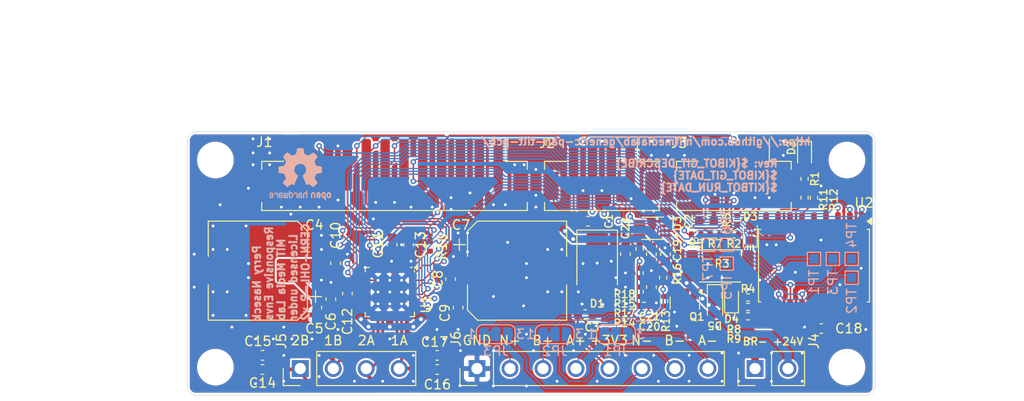
<source format=kicad_pcb>
(kicad_pcb (version 20240108) (generator "pcbnew") (generator_version "8.0")
  (title_block (title "Generic Pan Tilt Motor PCB") (date "${KIBOT_GIT_DATE} ${KITBOT_RUN_DATE}") (rev "${KIBOT_GIT_DESCRIBE}") (company "Responsive Environments, MIT Media Lab") (comment 1 "Perry Naseck") (comment 2 "https://github.com/mitmedialab/generic-pan-tilt-pcb/") (comment 3 "Licensed under CERN-OHL-P v2 or later") (comment 4 "© MIT Media Lab 2024") (comment 5 "This source describes Open Hardware and is licensed under the CERN-OHL-P v2 or later. You may redistribute and modify this documentation and make products using it under the terms of the CERN-OHL-P v2 (https:/cern.ch/cern-ohl). This documentation is distributed WITHOUT ANY EXPRESS OR IMPLIED WARRANTY, INCLUDING OF MERCHANTABILITY, SATISFACTORY QUALITY AND FITNESS FOR A PARTICULAR PURPOSE. Please see the CERN-OHL-P v2 for applicable conditions"))
  (layers (0 "F.Cu" mixed) (31 "B.Cu" mixed) (34 "B.Paste" user) (35 "F.Paste" user) (36 "B.SilkS" user "B.Silkscreen") (37 "F.SilkS" user "F.Silkscreen") (38 "B.Mask" user) (39 "F.Mask" user) (44 "Edge.Cuts" user))
  (net 0 "")
  (net 1 "+3V3")
  (net 2 "GND")
  (net 3 "+24V")
  (net 4 "Net-(U1-VCP)")
  (net 5 "Net-(U1-CPO)")
  (net 6 "Net-(U1-CPI)")
  (net 7 "Net-(U1-VDD1V8)")
  (net 8 "Net-(D2-A)")
  (net 9 "Net-(D3-A)")
  (net 10 "/~{MOT_DRV_ENN}")
  (net 11 "/OV_BRAKE_R-")
  (net 12 "Net-(D4-A)")
  (net 13 "/SPI_POCI")
  (net 14 "/SPI_CS_GPIO")
  (net 15 "/SPI_SCK")
  (net 16 "/SPI_CS_CNTLR")
  (net 17 "/SPI_PICO")
  (net 18 "/I2C_SCL")
  (net 19 "/I2C_SDA")
  (net 20 "/REF_R")
  (net 21 "/REF_L")
  (net 22 "/OUT1A")
  (net 23 "/OUT1B")
  (net 24 "/OUT2A")
  (net 25 "/OUT2B")
  (net 26 "/ENC_B+")
  (net 27 "/ENC_A+")
  (net 28 "/ENC_B-")
  (net 29 "/ENC_N+")
  (net 30 "/ENC_A-")
  (net 31 "/ENC_N-")
  (net 32 "/ENC_A_RAW")
  (net 33 "/ENC_B_RAW")
  (net 34 "/ENC_N_RAW")
  (net 35 "/generic-pan-tilt-motor-pcb_driver/OV")
  (net 36 "/MOT_DIAG0")
  (net 37 "/MOT_DIAG1")
  (net 38 "Net-(U1-IREF)")
  (net 39 "Net-(U2-INT)")
  (net 40 "Net-(U2-~{RESET})")
  (net 41 "/~{MOT_SLEEPN}")
  (net 42 "/ENC_A_FILTERED")
  (net 43 "/ENC_B_FILTERED")
  (net 44 "/ENC_N_FILTERED")
  (net 51 "Net-(C19-Pad1)")
  (net 52 "Net-(C20-Pad1)")
  (net 53 "Net-(C21-Pad1)")
  (footprint "Resistor_SMD:R_0402_1005Metric" (layer "F.Cu") (at 154.51 109.6)
    (property "Reference" "R9")
    (property "Value" "4.7kΩ")
  )
  (footprint "Capacitor_SMD:C_0603_1608Metric" (layer "F.Cu") (at 116.75 102 -90)
    (property "Reference" "C11")
    (property "Value" "0.1µF")
  )
  (footprint "MountingHole:MountingHole_3.2mm_M3" (layer "F.Cu") (at 165.000001 115)
    (property "Reference" "H4" (hide yes))
    (property "Value" "MountingHole" (hide yes))
  )
  (footprint "Resistor_SMD:R_0402_1005Metric" (layer "F.Cu") (at 153.35 99.4 90)
    (property "Reference" "R6")
    (property "Value" "4.7kΩ")
  )
  (footprint "generic-pan-tilt-motor-pcb:PhoenixContact_PST_1.0_8-3.5_1x08_P3.5mm_Vertical" (layer "F.Cu") (at 125.75 115.15 90)
    (property "Reference" "J6")
    (property "Value" "1945151")
  )
  (footprint "Capacitor_SMD:C_0603_1608Metric" (layer "F.Cu") (at 162.275 110.9 180)
    (property "Reference" "C18")
    (property "Value" "0.1µF")
  )
  (footprint "MountingHole:MountingHole_3.2mm_M3" (layer "F.Cu") (at 98.000001 93)
    (property "Reference" "H1" (hide yes))
    (property "Value" "MountingHole" (hide yes))
  )
  (footprint "Package_DFN_QFN:TQFN-32-1EP_5x5mm_P0.5mm_EP3.1x3.1mm_ThermalVias" (layer "F.Cu") (at 116.5 107.025 -90)
    (property "Reference" "U1")
    (property "Value" "TMC5240ATJ+")
  )
  (footprint "Capacitor_SMD:C_0603_1608Metric" (layer "F.Cu") (at 112 107.175 90)
    (property "Reference" "C12")
    (property "Value" "22nF")
  )
  (footprint "Resistor_SMD:R_2512_6332Metric" (layer "F.Cu") (at 151.5375 104.25)
    (property "Reference" "R3")
    (property "Value" "1.2kΩ")
  )
  (footprint "MountingHole:MountingHole_3.2mm_M3" (layer "F.Cu") (at 165.000001 93)
    (property "Reference" "H2" (hide yes))
    (property "Value" "MountingHole" (hide yes))
  )
  (footprint "Resistor_SMD:R_0402_1005Metric" (layer "F.Cu") (at 149 100.9 180)
    (property "Reference" "R5")
    (property "Value" "15.8kΩ")
  )
  (footprint "Capacitor_SMD:C_0603_1608Metric" (layer "F.Cu") (at 137.225 109.42)
    (property "Reference" "C3")
    (property "Value" "1µF")
  )
  (footprint "Capacitor_SMD:C_0603_1608Metric" (layer "F.Cu") (at 137.525 99.5)
    (property "Reference" "C1")
    (property "Value" "1µF")
  )
  (footprint "Fiducial:Fiducial_0.5mm_Mask1mm" (layer "F.Cu") (at 96.25 110.75)
    (property "Reference" "FID2" (hide yes))
    (property "Value" "Fiducial")
  )
  (footprint "Capacitor_SMD:C_0603_1608Metric" (layer "F.Cu") (at 121.525 113.75)
    (property "Reference" "C17")
    (property "Value" "1nF")
  )
  (footprint "Resistor_SMD:R_0402_1005Metric" (layer "F.Cu") (at 143 102.45 90)
    (property "Reference" "R18")
    (property "Value" "1kΩ")
  )
  (footprint "Resistor_SMD:R_0402_1005Metric" (layer "F.Cu") (at 145.5 105.5 90)
    (property "Reference" "R16")
    (property "Value" "1kΩ")
  )
  (footprint "Capacitor_SMD:C_0603_1608Metric" (layer "F.Cu") (at 144.25 103 -90)
    (property "Reference" "C21")
    (property "Value" "15pF")
  )
  (footprint "Diode_SMD:D_SMB" (layer "F.Cu") (at 138.5 104.1 -90)
    (property "Reference" "D1")
    (property "Value" "TPSMB30A")
  )
  (footprint "Package_SO:SOIC-18W_7.5x11.6mm_P1.27mm" (layer "F.Cu") (at 161.5 104.22 -90)
    (property "Reference" "U2")
    (property "Value" "MCP23S08-xSO")
  )
  (footprint "Connector_JST:JST_PH_B4B-PH-SM4-TB_1x04-1MP_P2.00mm_Vertical" (layer "F.Cu") (at 153 94 180)
    (property "Reference" "J3")
    (property "Value" "B4B-PH-SM4-TB")
  )
  (footprint "Capacitor_SMD:CP_Elec_10x10" (layer "F.Cu") (at 102.5 104.75 180)
    (property "Reference" "C4")
    (property "Value" "150uF")
  )
  (footprint "LED_SMD:LED_0603_1608Metric" (layer "F.Cu") (at 160.5 92.5125 -90)
    (property "Reference" "D2")
    (property "Value" "SML-E12M8WT86")
  )
  (footprint "Capacitor_SMD:C_0603_1608Metric" (layer "F.Cu") (at 110.25 107.775 90)
    (property "Reference" "C6")
    (property "Value" "1µF")
  )
  (footprint "Capacitor_SMD:C_0603_1608Metric" (layer "F.Cu") (at 103 113.75 180)
    (property "Reference" "C15")
    (property "Value" "1nF")
  )
  (footprint "Fiducial:Fiducial_0.5mm_Mask1mm" (layer "F.Cu") (at 148.25 111.75)
    (property "Reference" "FID4" (hide yes))
    (property "Value" "Fiducial")
  )
  (footprint "Capacitor_SMD:C_0603_1608Metric" (layer "F.Cu") (at 122.95 105.65 90)
    (property "Reference" "C8")
    (property "Value" "0.1µF")
  )
  (footprint "Resistor_SMD:R_0402_1005Metric" (layer "F.Cu") (at 160.5 95 90)
    (property "Reference" "R1")
    (property "Value" "56Ω")
  )
  (footprint "generic-pan-tilt-motor-pcb:PhoenixContact_PST_1.0_2-3.5_1x02_P3.5mm_Vertical" (layer "F.Cu") (at 155.25 115.15 90)
    (property "Reference" "J4")
    (property "Value" "1945096")
  )
  (footprint "Resistor_SMD:R_0402_1005Metric" (layer "F.Cu") (at 145.6 108 90)
    (property "Reference" "R13")
    (property "Value" "4.7kΩ")
  )
  (footprint "Resistor_SMD:R_0402_1005Metric" (layer "F.Cu") (at 143 105 90)
    (property "Reference" "R15")
    (property "Value" "4.7kΩ")
  )
  (footprint "Resistor_SMD:R_0402_1005Metric" (layer "F.Cu") (at 151.01 100.9 180)
    (property "Reference" "R7")
    (property "Value" "4.7kΩ")
  )
  (footprint "Fiducial:Fiducial_0.5mm_Mask1mm" (layer "F.Cu") (at 100.5 97.75)
    (property "Reference" "FID1" (hide yes))
    (property "Value" "Fiducial")
  )
  (footprint "Capacitor_SMD:C_0603_1608Metric" (layer "F.Cu") (at 118.5 102.025 90)
    (property "Reference" "C13")
    (property "Value" "2.2uF")
  )
  (footprint "Capacitor_SMD:C_0603_1608Metric" (layer "F.Cu") (at 150.1 99.5)
    (property "Reference" "C2")
    (property "Value" "1µF")
  )
  (footprint "Capacitor_SMD:CP_Elec_10x10" (layer "F.Cu") (at 130 104.75)
    (property "Reference" "C7")
    (property "Value" "150uF")
  )
  (footprint "Package_SO:VSSOP-8_2.3x2mm_P0.5mm" (layer "F.Cu") (at 144.3825 100.25 180)
    (property "Reference" "U3")
    (property "Value" "74LVC3G17")
  )
  (footprint "Connector_JST:JST_PH_B12B-PH-SM4-TB_1x12-1MP_P2.00mm_Vertical" (layer "F.Cu") (at 117 94 180)
    (property "Reference" "J1")
    (property "Value" "B12B-PH-SM4-TB")
  )
  (footprint "LED_SMD:LED_0603_1608Metric" (layer "F.Cu") (at 152.75 107.75 90)
    (property "Reference" "D4")
    (property "Value" "SML-E12D8WT86")
  )
  (footprint "MountingHole:MountingHole_3.2mm_M3" (layer "F.Cu") (at 98.000001 115)
    (property "Reference" "H3" (hide yes))
    (property "Value" "MountingHole" (hide yes))
  )
  (footprint "Capacitor_SMD:C_0603_1608Metric" (layer "F.Cu") (at 103 115.25 180)
    (property "Reference" "C14")
    (property "Value" "1nF")
  )
  (footprint "generic-pan-tilt-motor-pcb:PhoenixContact_PST_1.0_4-3.5_1x04_P3.5mm_Vertical" (layer "F.Cu") (at 107 115.15 90)
    (property "Reference" "J5")
    (property "Value" "1945119")
  )
  (footprint "Resistor_SMD:R_0402_1005Metric" (layer "F.Cu") (at 154.51 107.6)
    (property "Reference" "R4")
    (property "Value" "4.7kΩ")
  )
  (footprint "Resistor_SMD:R_0402_1005Metric" (layer "F.Cu") (at 152.99 100.9)
    (property "Reference" "R2")
    (property "Value" "56Ω")
  )
  (footprint "Capacitor_SMD:C_0603_1608Metric" (layer "F.Cu") (at 145.75 103 90)
    (property "Reference" "C19")
    (property "Value" "15pF")
  )
  (footprint "Fiducial:Fiducial_0.5mm_Mask1mm" (layer "F.Cu") (at 165.3 97.2)
    (property "Reference" "FID3" (hide yes))
    (property "Value" "Fiducial")
  )
  (footprint "Resistor_SMD:R_0402_1005Metric" (layer "F.Cu") (at 120.75 102.1725 90)
    (property "Reference" "R10")
    (property "Value" "12kΩ")
  )
  (footprint "Resistor_SMD:R_0402_1005Metric" (layer "F.Cu") (at 160.5 97 -90)
    (property "Reference" "R11")
    (property "Value" "10kΩ")
  )
  (footprint "LED_SMD:LED_0603_1608Metric" (layer "F.Cu") (at 154.75 100.75 90)
    (property "Reference" "D3")
    (property "Value" "SML-E12V8WT86")
  )
  (footprint "Resistor_SMD:R_0402_1005Metric" (layer "F.Cu") (at 143.49 108.5)
    (property "Reference" "R14")
    (property "Value" "4.7kΩ")
  )
  (footprint "Capacitor_SMD:C_0603_1608Metric" (layer "F.Cu") (at 123.75 108.67 -90)
    (property "Reference" "C9")
    (property "Value" "1µF")
  )
  (footprint "Resistor_SMD:R_0402_1005Metric" (layer "F.Cu") (at 143 107 90)
    (property "Reference" "R17")
    (property "Value" "1kΩ")
  )
  (footprint "Capacitor_SMD:C_0603_1608Metric" (layer "F.Cu") (at 141.5 103 -90)
    (property "Reference" "C22")
    (property "Value" "0.1µF")
  )
  (footprint "Capacitor_SMD:C_0603_1608Metric" (layer "F.Cu") (at 108.75 108.67 -90)
    (property "Reference" "C5")
    (property "Value" "0.1µF")
  )
  (footprint "Capacitor_SMD:C_0603_1608Metric" (layer "F.Cu") (at 121.525 115.25)
    (property "Reference" "C16")
    (property "Value" "1nF")
  )
  (footprint "Capacitor_SMD:C_0603_1608Metric" (layer "F.Cu") (at 110.75 103.975 -90)
    (property "Reference" "C10")
    (property "Value" "1µF")
  )
  (footprint "Capacitor_SMD:C_0603_1608Metric" (layer "F.Cu") (at 144.25 106.5 -90)
    (property "Reference" "C20")
    (property "Value" "15pF")
  )
  (footprint "Package_TO_SOT_SMD:SOT-23" (layer "F.Cu") (at 147.8 108.1875 -90)
    (property "Reference" "Q1")
    (property "Value" "DMN6075S")
  )
  (footprint "Connector_JST:JST_PH_B4B-PH-SM4-TB_1x04-1MP_P2.00mm_Vertical" (layer "F.Cu") (at 139 94 180)
    (property "Reference" "J2")
    (property "Value" "B4B-PH-SM4-TB")
  )
  (footprint "Diode_SMD:D_MicroSMP_AK" (layer "F.Cu") (at 151 108.38 -90)
    (property "Reference" "D5")
    (property "Value" "MSS1P6-M3/89A")
  )
  (footprint "Resistor_SMD:R_0402_1005Metric" (layer "F.Cu") (at 161.5 97 -90)
    (property "Reference" "R12")
    (property "Value" "10kΩ")
  )
  (footprint "Resistor_SMD:R_0402_1005Metric" (layer "F.Cu") (at 154.51 108.6)
    (property "Reference" "R8")
    (property "Value" "4.7kΩ")
  )
  (footprint "TestPoint:TestPoint_Pad_1.0x1.0mm" (layer "B.Cu") (at 165.5 103.5 180)
    (property "Reference" "TP4")
    (property "Value" "TestPoint")
  )
  (footprint "TestPoint:TestPoint_Pad_1.0x1.0mm" (layer "B.Cu") (at 150.25 102 180)
    (property "Reference" "TP7")
    (property "Value" "TestPoint")
  )
  (footprint "TestPoint:TestPoint_Pad_1.0x1.0mm" (layer "B.Cu") (at 163.5 103.5 180)
    (property "Reference" "TP3")
    (property "Value" "TestPoint")
  )
  (footprint "TestPoint:TestPoint_Pad_1.0x1.0mm" (layer "B.Cu") (at 152.25 104 180)
    (property "Reference" "TP5")
    (property "Value" "TestPoint")
  )
  (footprint "TestPoint:TestPoint_Pad_1.0x1.0mm" (layer "B.Cu") (at 161.5 103.5 180)
    (property "Reference" "TP1")
    (property "Value" "TestPoint")
  )
  (footprint "TestPoint:TestPoint_Pad_1.0x1.0mm" (layer "B.Cu") (at 165.5 105.5 180)
    (property "Reference" "TP2")
    (property "Value" "TestPoint")
  )
  (footprint "TestPoint:TestPoint_Pad_1.0x1.0mm" (layer "B.Cu") (at 152.25 102 180)
    (property "Reference" "TP6")
    (property "Value" "TestPoint")
  )
  (footprint "Jumper:SolderJumper-3_P1.3mm_Bridged12_RoundedPad1.0x1.5mm_NumberLabels" (layer "B.Cu") (at 127.75 111.5)
    (property "Reference" "JP3")
    (property "Value" "SolderJumper_3_Bridged12")
  )
  (footprint "Jumper:SolderJumper-3_P1.3mm_Bridged12_RoundedPad1.0x1.5mm_NumberLabels" (layer "B.Cu") (at 134 111.5)
    (property "Reference" "JP2")
    (property "Value" "SolderJumper_3_Bridged12")
  )
  (footprint "Symbol:OSHW-Logo2_7.3x6mm_SilkScreen" (layer "B.Cu") (at 107 94.5 180)
    (property "Reference" "SYM1" (hide yes))
    (property "Value" "Logo_Open_Hardware_Small" (hide yes))
  )
  (footprint "Jumper:SolderJumper-3_P1.3mm_Bridged12_RoundedPad1.0x1.5mm_NumberLabels" (layer "B.Cu") (at 140.5 111.5)
    (property "Reference" "JP1")
    (property "Value" "SolderJumper_3_Bridged12")
  )
  (gr_line (start 95.000001 91) (end 95.000001 117) (stroke (width 0.05)) (layer "Edge.Cuts"))
  (gr_arc (start 96.000001 118) (mid 95.292894 117.707107) (end 95.000001 117) (stroke (width 0.05)) (layer "Edge.Cuts"))
  (gr_line (start 167.000001 90) (end 96.000001 90) (stroke (width 0.05)) (layer "Edge.Cuts"))
  (gr_arc (start 167.000001 90) (mid 167.707108 90.292893) (end 168.000001 91) (stroke (width 0.05)) (layer "Edge.Cuts"))
  (gr_line (start 96.000001 118) (end 167.000001 118) (stroke (width 0.05)) (layer "Edge.Cuts"))
  (gr_arc (start 168.000001 117) (mid 167.707108 117.707107) (end 167.000001 118) (stroke (width 0.05)) (layer "Edge.Cuts"))
  (gr_line (start 168.000001 117) (end 168.000001 91) (stroke (width 0.05)) (layer "Edge.Cuts"))
  (gr_arc (start 95.000001 91) (mid 95.292894 90.292893) (end 96.000001 90) (stroke (width 0.05)) (layer "Edge.Cuts"))
  (gr_text "Licensed under\nCERN-OHL-P v2" (at 108.02 110.15 90) (layer "B.Cu") (effects (font (size 0.8 0.8) (thickness 0.2) (bold yes)) (justify right bottom mirror)))
  (gr_text "Perry Naseck\nResponsive Envs\nMIT Media Lab" (at 101.925 110.15 90) (layer "B.Cu") (effects (font (size 0.8 0.8) (thickness 0.2) (bold yes)) (justify right top mirror)))
  (gr_text "Perry Naseck\nResponsive Envs\nMIT Media Lab" (at 101.925 110.15 90) (layer "B.SilkS") (effects (font (size 0.8 0.8) (thickness 0.2) (bold yes)) (justify right top mirror)))
  (gr_text "Rev: ${KIBOT_GIT_DESCRIBE}\n${KIBOT_GIT_DATE}\n${KITBOT_RUN_DATE}" (at 157.75 96.4 0) (layer "B.SilkS") (effects (font (size 0.8 0.8) (thickness 0.2)) (justify left bottom mirror)))
  (gr_text "https://github.com/mitmedialab/generic-pan-tilt-pcb/" (at 126.1 91.5 0) (layer "B.SilkS") (effects (font (size 0.8 0.8) (thickness 0.2) (bold yes)) (justify right bottom mirror)))
  (gr_text "Licensed under\nCERN-OHL-P v2" (at 108.02 110.15 90) (layer "B.SilkS") (effects (font (size 0.8 0.8) (thickness 0.2) (bold yes)) (justify right bottom mirror)))
  (gr_text "+3V3" (at 139.75 112.75 0) (layer "F.SilkS") (effects (font (size 1 1)) (justify bottom)))
  (gr_text "+24V" (at 158.75 112.75 0) (layer "F.SilkS") (effects (font (size 0.8 0.8)) (justify bottom)))
  (gr_text "1B" (at 110.5 112.75 0) (layer "F.SilkS") (effects (font (size 1 1)) (justify bottom)))
  (gr_text "2B" (at 107 112.75 0) (layer "F.SilkS") (effects (font (size 1 1)) (justify bottom)))
  (gr_text "B-" (at 146.75 112.75 0) (layer "F.SilkS") (effects (font (size 1 1)) (justify bottom)))
  (gr_text "1A" (at 117.5 112.75 0) (layer "F.SilkS") (effects (font (size 1 1)) (justify bottom)))
  (gr_text "A+" (at 136.25 112.75 0) (layer "F.SilkS") (effects (font (size 1 1)) (justify bottom)))
  (gr_text "A-" (at 150.25 112.75 0) (layer "F.SilkS") (effects (font (size 1 1)) (justify bottom)))
  (gr_text "GND" (at 125.75 112.75 0) (layer "F.SilkS") (effects (font (size 1 1)) (justify bottom)))
  (gr_text "BR-" (at 155.25 112.75 0) (layer "F.SilkS") (effects (font (size 0.8 0.8)) (justify bottom)))
  (gr_text "N-" (at 143.25 112.75 0) (layer "F.SilkS") (effects (font (size 1 1)) (justify bottom)))
  (gr_text "N+" (at 129.25 112.75 0) (layer "F.SilkS") (effects (font (size 1 1)) (justify bottom)))
  (gr_text "B+" (at 132.75 112.75 0) (layer "F.SilkS") (effects (font (size 1 1)) (justify bottom)))
  (gr_text "2A" (at 114 112.75 0) (layer "F.SilkS") (effects (font (size 1 1)) (justify bottom)))
  (segment (start 136.45 111.85) (end 139.75 115.15) (width 0.2) (layer "F.Cu") (net 1))
  (segment (start 116.75 101.225) (end 116.4875 101.225) (width 0.2) (layer "F.Cu") (net 1))
  (segment (start 152.73 97.570003) (end 152.73 99.29) (width 0.2) (layer "F.Cu") (net 1))
  (segment (start 122 98.131374) (end 122 93.75) (width 0.2) (layer "F.Cu") (net 1))
  (segment (start 151.52 100.9) (end 151.438924 100.9) (width 0.2) (layer "F.Cu") (net 1))
  (segment (start 122 94) (end 122 91.25) (width 0.2) (layer "F.Cu") (net 1))
  (segment (start 134.25 90.4) (end 134.9 90.4) (width 0.2) (layer "F.Cu") (net 1))
  (segment (start 152.73 99.29) (end 153.35 99.91) (width 0.2) (layer "F.Cu") (net 1))
  (segment (start 142.038998 101) (end 142.9825 101) (width 0.2) (layer "F.Cu") (net 1))
  (segment (start 150 99.25) (end 149.75 99.5) (width 0.2) (layer "F.Cu") (net 1))
  (segment (start 143 105.51) (end 142.38 104.89) (width 0.2) (layer "F.Cu") (net 1))
  (segment (start 142.73 109.85) (end 144.26 109.85) (width 0.2) (layer "F.Cu") (net 1))
  (segment (start 142.038998 101) (end 142.038998 101.25) (width 0.2) (layer "F.Cu") (net 1))
  (segment (start 142.98 108.5) (end 142.88 108.5) (width 0.2) (layer "F.Cu") (net 1))
  (segment (start 154.84967 110.22) (end 154.62 110.22) (width 0.2) (layer "F.Cu") (net 1))
  (segment (start 115.25 103.160614) (end 116.25 104.160614) (width 0.2) (layer "F.Cu") (net 1))
  (segment (start 160.5 96.571076) (end 160.5 96.49) (width 0.2) (layer "F.Cu") (net 1))
  (segment (start 115.25 102.4625) (end 115.25 103.160614) (width 0.2) (layer "F.Cu") (net 1))
  (segment (start 121.565687 98.565687) (end 122 98.131374) (width 0.2) (layer "F.Cu") (net 1))
  (segment (start 154 107.6) (end 154 108.6) (width 0.2) (layer "F.Cu") (net 1))
  (segment (start 137.525 100.275) (end 136.75 99.5) (width 0.2) (layer "F.Cu") (net 1))
  (segment (start 142.13 109.25) (end 140.88 110.5) (width 0.2) (layer "F.Cu") (net 1))
  (segment (start 147.998529 90.4) (end 150 92.401471) (width 0.2) (layer "F.Cu") (net 1))
  (segment (start 136.75 99.125) (end 136.75 99.5) (width 0.2) (layer "F.Cu") (net 1))
  (segment (start 122 91.25) (end 122.85 90.4) (width 0.2) (layer "F.Cu") (net 1))
  (segment (start 166.58 108.87) (end 166.58 109.894999) (width 0.2) (layer "F.Cu") (net 1))
  (segment (start 122.85 90.4) (end 134.25 90.4) (width 0.2) (layer "F.Cu") (net 1))
  (segment (start 154.62 110.22) (end 154 109.6) (width 0.2) (layer "F.Cu") (net 1))
  (segment (start 153 97.300003) (end 152.73 97.570003) (width 0.2) (layer "F.Cu") (net 1))
  (segment (start 161.65 112.5) (end 160.75 112.5) (width 0.2) (layer "F.Cu") (net 1))
  (segment (start 150.13 101.52) (end 149.51 100.9) (width 0.2) (layer "F.Cu") (net 1))
  (segment (start 142.038998 101.25) (end 142.038998 101.686002) (width 0.2) (layer "F.Cu") (net 1))
  (segment (start 159.045 110.795) (end 155.42467 110.795) (width 0.2) (layer "F.Cu") (net 1))
  (segment (start 142.38 108) (end 142.38 109) (width 0.2) (layer "F.Cu") (net 1))
  (segment (start 136 98.375) (end 136.75 99.125) (width 0.2) (layer "F.Cu") (net 1))
  (segment (start 137.605 110.5) (end 136.525 109.42) (width 0.2) (layer "F.Cu") (net 1))
  (segment (start 153.35 100.03) (end 152.48 100.9) (width 0.2) (layer "F.Cu") (net 1))
  (segment (start 166.49 96.49) (end 161.5 96.49) (width 0.2) (layer "F.Cu") (net 1))
  (segment (start 155.42467 110.795) (end 154.84967 110.22) (width 0.2) (layer "F.Cu") (net 1))
  (segment (start 144.26 109.85) (end 145.6 108.51) (width 0.2) (layer "F.Cu") (net 1))
  (segment (start 150 92.401471) (end 150 94) (width 0.2) (layer "F.Cu") (net 1))
  (segment (start 142.88 108.5) (end 142.38 108) (width 0.2) (layer "F.Cu") (net 1))
  (segment (start 142.38 104.75) (end 142.38 108) (width 0.2) (layer "F.Cu") (net 1))
  (segment (start 151.438924 100.9) (end 150.818924 101.52) (width 0.2) (layer "F.Cu") (net 1))
  (segment (start 153.35 99.91) (end 153.35 100.03) (width 0.2) (layer "F.Cu") (net 1))
  (segment (start 140.88 110.5) (end 137.605 110.5) (width 0.2) (layer "F.Cu") (net 1))
  (segment (start 142.38 102.027004) (end 142.38 104.75) (width 0.2) (layer "F.Cu") (net 1))
  (segment (start 167.18 97.18) (end 166.49 96.49) (width 0.2) (layer "F.Cu") (net 1))
  (segment (start 134.25 90.4) (end 147.998529 90.4) (width 0.2) (layer "F.Cu") (net 1))
  (segment (start 160.75 112.5) (end 159.045 110.795) (width 0.2) (layer "F.Cu") (net 1))
  (segment (start 154 108.6) (end 154 109.6) (width 0.2) (layer "F.Cu") (net 1))
  (segment (start 167.18 108.27) (end 167.18 97.18) (width 0.2) (layer "F.Cu") (net 1))
  (segment (start 155.5 97.75) (end 153.975 99.275) (width 0.2) (layer "F.Cu") (net 1))
  (segment (start 165.574999 110.9) (end 163.25 110.9) (width 0.2) (layer "F.Cu") (net 1))
  (segment (start 153.975 99.275) (end 153.975 99.285) (width 0.2) (layer "F.Cu") (net 1))
  (segment (start 136.45 109.42) (end 136.45 111.85) (width 0.2) (layer "F.Cu") (net 1))
  (segment (start 150.818924 101.52) (end 150.13 101.52) (width 0.2) (layer "F.Cu") (net 1))
  (segment (start 142.13 109.25) (end 142.73 109.85) (width 0.2) (layer "F.Cu") (net 1))
  (segment (start 116.4875 101.225) (end 115.25 102.4625) (width 0.2) (layer "F.Cu") (net 1))
  (segment (start 134.9 90.4) (end 136 91.5) (width 0.2) (layer "F.Cu") (net 1))
  (segment (start 150 93.5) (end 150 99.25) (width 0.2) (layer "F.Cu") (net 1))
  (segment (start 142.38 109) (end 142.13 109.25) (width 0.2) (layer "F.Cu") (net 1))
  (segment (start 153.975 99.285) (end 153.35 99.91) (width 0.2) (layer "F.Cu") (net 1))
  (segment (start 136 93.5) (end 136 98.375) (width 0.2) (layer "F.Cu") (net 1))
  (segment (start 116.25 104.160614) (end 116.25 104.5875) (width 0.2) (layer "F.Cu") (net 1))
  (segment (start 159.321076 97.75) (end 160.5 96.571076) (width 0.2) (layer "F.Cu") (net 1))
  (segment (start 142.038998 101) (end 141.313998 100.275) (width 0.2) (layer "F.Cu") (net 1))
  (segment (start 141.313998 100.275) (end 137.525 100.275) (width 0.2) (layer "F.Cu") (net 1))
  (segment (start 166.58 109.894999) (end 165.574999 110.9) (width 0.2) (layer "F.Cu") (net 1))
  (segment (start 161.5 96.49) (end 160.5 96.49) (width 0.2) (layer "F.Cu") (net 1))
  (segment (start 142.038998 101.686002) (end 141.5 102.225) (width 0.2) (layer "F.Cu") (net 1))
  (segment (start 150 97.25) (end 150 93.5) (width 0.2) (layer "F.Cu") (net 1))
  (segment (start 166.58 108.87) (end 167.18 108.27) (width 0.2) (layer "F.Cu") (net 1))
  (segment (start 163.25 110.9) (end 161.65 112.5) (width 0.2) (layer "F.Cu") (net 1))
  (segment (start 160.5 96.49) (end 160.5 95.51) (width 0.2) (layer "F.Cu") (net 1))
  (segment (start 142.38 104.89) (end 142.38 104.75) (width 0.2) (layer "F.Cu") (net 1))
  (segment (start 155.5 97.75) (end 159.321076 97.75) (width 0.2) (layer "F.Cu") (net 1))
  (segment (start 152.48 100.9) (end 151.52 100.9) (width 0.2) (layer "F.Cu") (net 1))
  (segment (start 142.038998 101.686002) (end 142.38 102.027004) (width 0.2) (layer "F.Cu") (net 1))
  (via (at 150 97.25) (size 0.6) (drill 0.3) (layers "F.Cu" "B.Cu") (net 1))
  (via (at 115.25 102.4625) (size 0.6) (drill 0.3) (layers "F.Cu" "B.Cu") (net 1))
  (via (at 153 97.300003) (size 0.6) (drill 0.3) (layers "F.Cu" "B.Cu") (net 1))
  (via (at 121.565687 98.565687) (size 0.6) (drill 0.3) (layers "F.Cu" "B.Cu") (net 1))
  (segment (start 152.949997 97.25) (end 150 97.25) (width 0.2) (layer "B.Cu") (net 1))
  (segment (start 150 97.25) (end 150.1 97.35) (width 0.2) (layer "B.Cu") (net 1))
  (segment (start 117.9625 99.75) (end 115.25 102.4625) (width 0.2) (layer "B.Cu") (net 1))
  (segment (start 153 97.300003) (end 152.949997 97.25) (width 0.2) (layer "B.Cu") (net 1))
  (segment (start 120.381374 99.75) (end 117.9625 99.75) (width 0.2) (layer "B.Cu") (net 1))
  (segment (start 121.565687 98.565687) (end 120.381374 99.75) (width 0.2) (layer "B.Cu") (net 1))
  (segment (start 115.15 105.775) (end 115.2 105.725) (width 0.15) (layer "F.Cu") (net 2))
  (segment (start 128 93.5) (end 130.75 93.5) (width 0.8) (layer "F.Cu") (net 2))
  (segment (start 144.775 107.8) (end 144.25 107.275) (width 0.2) (layer "F.Cu") (net 2))
  (segment (start 144.775 108.175) (end 144.775 107.8) (width 0.2) (layer "F.Cu") (net 2))
  (segment (start 146.85 107.25) (end 146.85 106.35) (width 0.8) (layer "F.Cu") (net 2))
  (segment (start 128 97) (end 128.75 97.75) (width 0.8) (layer "F.Cu") (net 2))
  (segment (start 146.85 106.35) (end 146.5 106) (width 0.8) (layer "F.Cu") (net 2))
  (segment (start 116.75 104.3375) (end 116.75 103.896814) (width 0.2) (layer "F.Cu") (net 2))
  (segment (start 116.75 104.5875) (end 116.75 105.475) (width 0.15) (layer "F.Cu") (net 2))
  (segment (start 131.5 93.5) (end 132 94) (width 0.8) (layer "F.Cu") (net 2))
  (segment (start 116.75 103.896814) (end 117.725 102.921814) (width 0.2) (layer "F.Cu") (net 2))
  (segment (start 117.725 102.025) (end 118.5 101.25) (width 0.2) (layer "F.Cu") (net 2))
  (segment (start 117.725 102.921814) (end 117.725 102.025) (width 0.2) (layer "F.Cu") (net 2))
  (segment (start 106 93.5) (end 103.75 93.5) (width 0.8) (layer "F.Cu") (net 2))
  (segment (start 128 94) (end 128 97) (width 0.8) (layer "F.Cu") (net 2))
  (segment (start 144.1375 107.4125) (end 144 107.275) (width 0.15) (layer "F.Cu") (net 2))
  (segment (start 106 94) (end 106 98.75) (width 0.8) (layer "F.Cu") (net 2))
  (segment (start 116.75 105.475) (end 116.5 105.725) (width 0.15) (layer "F.Cu") (net 2))
  (segment (start 114.0625 105.775) (end 115.15 105.775) (width 0.15) (layer "F.Cu") (net 2))
  (segment (start 132 94) (end 132 98) (width 0.8) (layer "F.Cu") (net 2))
  (segment (start 130.75 93.5) (end 131.5 93.5) (width 0.8) (layer "F.Cu") (net 2))
  (via (at 98.5 97.75) (size 0.6) (drill 0.3) (layers "F.Cu" "B.Cu") (net 2))
  (via (at 116.688488 103.751067) (size 0.6) (drill 0.3) (layers "F.Cu" "B.Cu") (net 2))
  (via (at 111 111) (size 0.6) (drill 0.3) (layers "F.Cu" "B.Cu") (net 2))
  (via (at 144.25 91) (size 0.6) (drill 0.3) (layers "F.Cu" "B.Cu") (net 2))
  (via (at 103.75 93.5) (size 0.6) (drill 0.3) (layers "F.Cu" "B.Cu") (net 2))
  (via (at 101.5 96) (size 0.6) (drill 0.3) (layers "F.Cu" "B.Cu") (net 2))
  (via (at 164.25 106.25) (size 0.6) (drill 0.3) (layers "F.Cu" "B.Cu") (net 2))
  (via (at 129 101.75) (size 0.6) (drill 0.3) (layers "F.Cu" "B.Cu") (net 2))
  (via (at 140.5 106.75) (size 0.6) (drill 0.3) (layers "F.Cu" "B.Cu") (net 2))
  (via (at 146.5 106) (size 0.6) (drill 0.3) (layers "F.Cu" "B.Cu") (net 2))
  (via (at 103.75 92.25) (size 0.6) (drill 0.3) (layers "F.Cu" "B.Cu") (net 2))
  (via (at 131.75 113.25) (size 0.6) (drill 0.3) (layers "F.Cu" "B.Cu") (net 2))
  (via (at 146 92.5) (size 0.6) (drill 0.3) (layers "F.Cu" "B.Cu") (net 2))
  (via (at 139 91) (size 0.6) (drill 0.3) (layers "F.Cu" "B.Cu") (net 2))
  (via (at 103.75 90.75) (size 0.6) (drill 0.3) (layers "F.Cu" "B.Cu") (net 2))
  (via (at 123 97) (size 0.6) (drill 0.3) (layers "F.Cu" "B.Cu") (net 2))
  (via (at 130.693879 108.49107) (size 0.6) (drill 0.3) (layers "F.Cu" "B.Cu") (net 2))
  (via (at 142.1 97.1) (size 0.6) (drill 0.3) (layers "F.Cu" "B.Cu") (net 2))
  (via (at 160.5 110.75) (size 0.6) (drill 0.3) (layers "F.Cu" "B.Cu") (net 2))
  (via (at 99.25 107) (size 0.6) (drill 0.3) (layers "F.Cu" "B.Cu") (net 2))
  (via (at 106 98.75) (size 0.6) (drill 0.3) (layers "F.Cu" "B.Cu") (net 2))
  (via (at 109.25 105.75) (size 0.6) (drill 0.3) (layers "F.Cu" "B.Cu") (net 2))
  (via (at 134.25 116.5) (size 0.6) (drill 0.3) (layers "F.Cu" "B.Cu") (net 2))
  (via (at 111 97.25) (size 0.6) (drill 0.3) (layers "F.Cu" "B.Cu") (net 2))
  (via (at 123.94 116.96) (size 0.6) (drill 0.3) (layers "F.Cu" "B.Cu") (net 2))
  (via (at 160.25 116.5) (size 0.6) (drill 0.3) (layers "F.Cu" "B.Cu") (net 2))
  (via (at 116.5 112) (size 0.6) (drill 0.3) (layers "F.Cu" "B.Cu") (net 2))
  (via (at 162.25 101.5) (size 0.6) (drill 0.3) (layers "F.Cu" "B.Cu") (net 2))
  (via (at 117.75 102) (size 0.6) (drill 0.3) (layers "F.Cu" "B.Cu") (net 2))
  (via (at 109.25 102.5) (size 0.6) (drill 0.3) (layers "F.Cu" "B.Cu") (net 2))
  (via (at 97.75 107) (size 0.6) (drill 0.3) (layers "F.Cu" "B.Cu") (net 2))
  (via (at 127.5 113.25) (size 0.6) (drill 0.3) (layers "F.Cu" "B.Cu") (net 2))
  (via (at 158.25 91) (size 0.6) (drill 0.3) (layers "F.Cu" "B.Cu") (net 2))
  (via (at 131 105.5) (size 0.6) (drill 0.3) (layers "F.Cu" "B.Cu") (net 2))
  (via (at 140.5 105.5) (size 0.6) (drill 0.3) (layers "F.Cu" "B.Cu") (net 2))
  (via (at 136.5 107) (size 0.6) (drill 0.3) (layers "F.Cu" "B.Cu") (net 2))
  (via (at 101.25 109.5) (size 0.6) (drill 0.3) (layers "F.Cu" "B.Cu") (net 2))
  (via (at 140.45 108.4) (size 0.6) (drill 0.3) (layers "F.Cu" "B.Cu") (net 2))
  (via (at 139.75 99.5) (size 0.6) (drill 0.3) (layers "F.Cu" "B.Cu") (net 2))
  (via (at 157 113.5) (size 0.6) (drill 0.3) (layers "F.Cu" "B.Cu") (net 2))
  (via (at 156.75 97) (size 0.6) (drill 0.3) (layers "F.Cu" "B.Cu") (net 2))
  (via (at 111 91.5) (size 0.6) (drill 0.3) (layers "F.Cu" "B.Cu") (net 2))
  (via (at 95.75 106.5) (size 0.6) (drill 0.3) (layers "F.Cu" "B.Cu") (net 2))
  (via (at 141.6 108.25) (size 0.6) (drill 0.3) (layers "F.Cu" "B.Cu") (net 2))
  (via (at 109 116) (size 0.6) (drill 0.3) (layers "F.Cu" "B.Cu") (net 2))
  (via (at 134.75 107) (size 0.6) (drill 0.3) (layers "F.Cu" "B.Cu") (net 2))
  (via (at 136 113.25) (size 0.6) (drill 0.3) (layers "F.Cu" "B.Cu") (net 2))
  (via (at 155.75 105.75) (size 0.6) (drill 0.3) (layers "F.Cu" "B.Cu") (net 2))
  (via (at 101.5 105.5) (size 0.6) (drill 0.3) (layers "F.Cu" "B.Cu") (net 2))
  (via (at 156.5 102) (size 0.6) (drill 0.3) (layers "F.Cu" "B.Cu") (net 2))
  (via (at 157.5 102) (size 0.6) (drill 0.3) (layers "F.Cu" "B.Cu") (net 2))
  (via (at 151.75 113.5) (size 0.6) (drill 0.3) (layers "F.Cu" "B.Cu") (net 2))
  (via (at 122.25 116.75) (size 0.6) (drill 0.3) (layers "F.Cu" "B.Cu") (net 2))
  (via (at 146 91) (size 0.6) (drill 0.3) (layers "F.Cu" "B.Cu") (net 2))
  (via (at 131 104) (size 0.6) (drill 0.3) (layers "F.Cu" "B.Cu") (net 2))
  (via (at 122.25 112) (size 0.6) (drill 0.3) (layers "F.Cu" "B.Cu") (net 2))
  (via (at 97.75 102.5) (size 0.6) (drill 0.3) (layers "F.Cu" "B.Cu") (net 2))
  (via (at 140 103.75) (size 0.6) (drill 0.3) (layers "F.Cu" "B.Cu") (net 2))
  (via (at 160.25 113.5) (size 0.6) (drill 0.3) (layers "F.Cu" "B.Cu") (net 2))
  (via (at 109.25 101) (size 0.6) (drill 0.3) (layers "F.Cu" "B.Cu") (net 2))
  (via (at 144.775 108.175) (size 0.6) (drill 0.3) (layers "F.Cu" "B.Cu") (net 2))
  (via (at 155.25 97) (size 0.6) (drill 0.3) (layers "F.Cu" "B.Cu") (net 2))
  (via (at 137 104) (size 0.6) (drill 0.3) (layers "F.Cu" "B.Cu") (net 2))
  (via (at 97.75 109.5) (size 0.6) (drill 0.3) (layers "F.Cu" "B.Cu") (net 2))
  (via (at 120.45 112) (size 0.6) (drill 0.3) (layers "F.Cu" "B.Cu") (net 2))
  (via (at 143.4 98.4) (size 0.6) (drill 0.3) (layers "F.Cu" "B.Cu") (net 2))
  (via (at 101.25 100) (size 0.6) (drill 0.3) (layers "F.Cu" "B.Cu") (net 2))
  (via (at 162.25 95.75) (size 0.6) (drill 0.3) (layers "F.Cu" "B.Cu") (net 2))
  (via (at 119 116.5) (size 0.6) (drill 0.3) (layers "F.Cu" "B.Cu") (net 2))
  (via (at 134.75 102.5) (size 0.6) (drill 0.3) (layers "F.Cu" "B.Cu") (net 2))
  (via (at 102 92.25) (size 0.6) (drill 0.3) (layers "F.Cu" "B.Cu") (net 2))
  (via (at 146.95 110.65) (size 0.6) (drill 0.3) (layers "F.Cu" "B.Cu") (net 2))
  (via (at 101.5 104) (size 0.6) (drill 0.3) (layers "F.Cu" "B.Cu") (net 2))
  (via (at 145.3 110.1) (size 0.6) (drill 0.3) (layers "F.Cu" "B.Cu") (net 2))
  (via (at 128.75 97.75) (size 0.6) (drill 0.3) (layers "F.Cu" "B.Cu") (net 2))
  (via (at 157 116.5) (size 0.6) (drill 0.3) (layers "F.Cu" "B.Cu") (net 2))
  (via (at 158.25 92.5) (size 0.6) (drill 0.3) (layers "F.Cu" "B.Cu") (net 2))
  (via (at 131 111.5) (size 0.6) (drill 0.3) (layers "F.Cu" "B.Cu") (net 2))
  (via (at 102.25 112) (size 0.6) (drill 0.3) (layers "F.Cu" "B.Cu") (net 2))
  (via (at 115.75 116.5) (size 0.6) (drill 0.3) (layers "F.Cu" "B.Cu") (net 2))
  (via (at 125 96.5) (size 0.6) (drill 0.3) (layers "F.Cu" "B.Cu") (net 2))
  (via (at 119.7 100.85) (size 0.6) (drill 0.3) (layers "F.Cu" "B.Cu") (net 2))
  (via (at 105.25 113.75) (size 0.6) (drill 0.3) (layers "F.Cu" "B.Cu") (net 2))
  (via (at 132 94) (size 0.6) (drill 0.3) (layers "F.Cu" "B.Cu") (net 2))
  (via (at 112.75 116.5) (size 0.6) (drill 0.3) (layers "F.Cu" "B.Cu") (net 2))
  (via (at 124.75 102.75) (size 0.6) (drill 0.3) (layers "F.Cu" "B.Cu") (net 2))
  (via (at 130.75 93.5) (size 0.6) (drill 0.3) (layers "F.Cu" "B.Cu") (net 2))
  (via (at 108.25 112) (size 0.6) (drill 0.3) (layers "F.Cu" "B.Cu") (net 2))
  (via (at 144.25 104.75) (size 0.6) (drill 0.3) (layers "F.Cu" "B.Cu") (net 2))
  (via (at 127.5 107.5) (size 0.6) (drill 0.3) (layers "F.Cu" "B.Cu") (net 2))
  (via (at 123.25 103.25) (size 0.6) (drill 0.3) (layers "F.Cu" "B.Cu") (net 2))
  (via (at 144.25 92.5) (size 0.6) (drill 0.3) (layers "F.Cu" "B.Cu") (net 2))
  (via (at 109 113.75) (size 0.6) (drill 0.3) (layers "F.Cu" "B.Cu") (net 2))
  (via (at 150.25 104) (size 0.6) (drill 0.3) (layers "F.Cu" "B.Cu") (net 2))
  (via (at 114.75 99.25) (size 0.6) (drill 0.3) (layers "F.Cu" "B.Cu") (net 2))
  (via (at 97.75 100) (size 0.6) (drill 0.3) (layers "F.Cu" "B.Cu") (net 2))
  (via (at 107 98) (size 0.6) (drill 0.3) (layers "F.Cu" "B.Cu") (net 2))
  (via (at 147 103.75) (size 0.6) (drill 0.3) (layers "F.Cu" "B.Cu") (net 2))
  (via (at 144.5 98.4) (size 0.6) (drill 0.3) (layers "F.Cu" "B.Cu") (net 2))
  (via (at 105.25 110.75) (size 0.6) (drill 0.3) (layers "F.Cu" "B.Cu") (net 2))
  (via (at 147.75 91) (size 0.6) (drill 0.3) (layers "F.Cu" "B.Cu") (net 2))
  (via (at 102 93.5) (size 0.6) (drill 0.3) (layers "F.Cu" "B.Cu") (net 2))
  (via (at 102.25 116.75) (size 0.6) (drill 0.3) (layers "F.Cu" "B.Cu") (net 2))
  (via (at 131 117) (size 0.6) (drill 0.3) (layers "F.Cu" "B.Cu") (net 2))
  (via (at 153 96.5) (size 0.6) (drill 0.3) (layers "F.Cu" "B.Cu") (net 2))
  (via (at 123 98.25) (size 0.6) (drill 0.3) (layers "F.Cu" "B.Cu") (net 2))
  (via (at 151 96.65) (size 0.6) (drill 0.3) (layers "F.Cu" "B.Cu") (net 2))
  (via (at 145.7 102.325) (size 0.6) (drill 0.3) (layers "F.Cu" "B.Cu") (net 2))
  (via (at 145 116.5) (size 0.6) (drill 0.3) (layers "F.Cu" "B.Cu") (net 2))
  (via (at 127.5 117) (size 0.6) (drill 0.3) (layers "F.Cu" "B.Cu") (net 2))
  (via (at 119 113.75) (size 0.6) (drill 0.3) (layers "F.Cu" "B.Cu") (net 2))
  (via (at 153 109.75) (size 0.6) (drill 0.3) (layers "F.Cu" "B.Cu") (net 2))
  (via (at 136.9 108.3) (size 0.6) (drill 0.3) (layers "F.Cu" "B.Cu") (net 2))
  (via (at 166.5 104.5) (size 0.6) (drill 0.3) (layers "F.Cu" "B.Cu") (net 2))
  (via (at 151.75 105.5) (size 0.6) (drill 0.3) (layers "F.Cu" "B.Cu") (net 2))
  (via (at 141.5 105) (size 0.6) (drill 0.3) (layers "F.Cu" "B.Cu") (net 2))
  (via (at 144.1 110.7) (size 0.6) (drill 0.3) (layers "F.Cu" "B.Cu") (net 2))
  (via (at 144.5 113.75) (size 0.6) (drill 0.3) (layers "F.Cu" "B.Cu") (net 2))
  (via (at 146.7 109.15) (size 0.6) (drill 0.3) (layers "F.Cu" "B.Cu") (net 2))
  (via (at 159.525 104.925) (size 0.6) (drill 0.3) (layers "F.Cu" "B.Cu") (net 2))
  (via (at 127.5 97.75) (size 0.6) (drill 0.3) (layers "F.Cu" "B.Cu") (net 2))
  (via (at 121.5 111) (size 0.6) (drill 0.3) (layers "F.Cu" "B.Cu") (net 2))
  (via (at 117 97.5) (size 0.6) (drill 0.3) (layers "F.Cu" "B.Cu") (net 2))
  (via (at 124 113.25) (size 0.6) (drill 0.3) (layers "F.Cu" "B.Cu") (net 2))
  (via (at 105 98) (size 0.6) (drill 0.3) (layers "F.Cu" "B.Cu") (net 2))
  (via (at 133.25 107) (size 0.6) (drill 0.3) (layers "F.Cu" "B.Cu") (net 2))
  (via (at 123.75 100.75) (size 0.6) (drill 0.3) (layers "F.Cu" "B.Cu") (net 2))
  (via (at 153.5 113.5) (size 0.6) (drill 0.3) (layers "F.Cu" "B.Cu") (net 2))
  (via (at 99.75 110.75) (size 0.6) (drill 0.3) (layers "F.Cu" "B.Cu") (net 2))
  (via (at 141.5 106.5) (size 0.6) (drill 0.3) (layers "F.Cu" "B.Cu") (net 2))
  (via (at 118.75 103.75) (size 0.6) (drill 0.3) (layers "F.Cu" "B.Cu") (net 2))
  (via (at 151.25 110.75) (size 0.6) (drill 0.3) (layers "F.Cu" "B.Cu") (net 2))
  (via (at 150.25 105.5) (size 0.6) (drill 0.3) (layers "F.Cu" "B.Cu") (net 2))
  (via (at 132 98) (size 0.6) (drill 0.3) (layers "F.Cu" "B.Cu") (net 2))
  (via (at 154.5 106.75) (size 0.6) (drill 0.3) (layers "F.Cu" "B.Cu") (net 2))
  (via (at 112 103) (size 0.6) (drill 0.3) (layers "F.Cu" "B.Cu") (net 2))
  (via (at 153.5 116.5) (size 0.6) (drill 0.3) (layers "F.Cu" "B.Cu") (net 2))
  (via (at 95.75 103) (size 0.6) (drill 0.3) (layers "F.Cu" "B.Cu") (net 2))
  (via (at 167 111) (size 0.6) (drill 0.3) (layers "F.Cu" "B.Cu") (net 2))
  (via (at 138.5 116.5) (size 0.6) (drill 0.3) (layers "F.Cu" "B.Cu") (net 2))
  (via (at 139.1 108.35) (size 0.6) (drill 0.3) (layers "F.Cu" "B.Cu") (net 2))
  (via (at 132 96.75) (size 0.6) (drill 0.3) (layers "F.Cu" "B.Cu") (net 2))
  (via (at 138.5 103.95) (size 0.6) (drill 0.3) (layers "F.Cu" "B.Cu") (net 2))
  (via (at 113.89 104.415) (size 0.6) (drill 0.3) (layers "F.Cu" "B.Cu") (net 2))
  (via (at 118.75 98) (size 0.6) (drill 0.3) (layers "F.Cu" "B.Cu") (net 2))
  (via (at 137 96.25) (size 0.6) (drill 0.3) (layers "F.Cu" "B.Cu") (net 2))
  (via (at 99.25 102.5) (size 0.6) (drill 0.3) (layers "F.Cu" "B.Cu") (net 2))
  (via (at 104.15 112) (size 0.6) (drill 0.3) (layers "F.Cu" "B.Cu") (net 2))
  (via (at 124.75 100.75) (size 0.6) (drill 0.3) (layers "F.Cu" "B.Cu") (net 2))
  (via (at 151.75 116.5) (size 0.6) (drill 0.3) (layers "F.Cu" "B.Cu") (net 2))
  (via (at 106.1 112) (size 0.6) (drill 0.3) (layers "F.Cu" "B.Cu") (net 2))
  (via (at 137.25 111.5) (size 0.6) (drill 0.3) (layers "F.Cu" "B.Cu") (net 2))
  (via (at 110.25 106) (size 0.6) (drill 0.3) (layers "F.Cu" "B.Cu") (net 2))
  (via (at 102 90.75) (size 0.6) (drill 0.3) (layers "F.Cu" "B.Cu") (net 2))
  (via (at 148.25 113.75) (size 0.6) (drill 0.3) (layers "F.Cu" "B.Cu") (net 2))
  (via (at 141.5 113.75) (size 0.6) (drill 0.3) (layers "F.Cu" "B.Cu") (net 2))
  (via (at 133.25 102.5) (size 0.6) (drill 0.3) (layers "F.Cu" "B.Cu") (net 2))
  (via (at 148.25 116.5) (size 0.6) (drill 0.3) (layers "F.Cu" "B.Cu") (net 2))
  (via (at 115 97.5) (size 0.6) (drill 0.3) (layers "F.Cu" "B.Cu") (net 2))
  (via (at 129.75 93.5) (size 0.6) (drill 0.3) (layers "F.Cu" "B.Cu") (net 2))
  (via (at 109 98) (size 0.6) (drill 0.3) (layers "F.Cu" "B.Cu") (net 2))
  (via (at 139 96.25) (size 0.6) (drill 0.3) (layers "F.Cu" "B.Cu") (net 2))
  (via (at 123.75 111) (size 0.6) (drill 0.3) (layers "F.Cu" "B.Cu") (net 2))
  (via (at 147.75 92.5) (size 0.6) (drill 0.3) (layers "F.Cu" "B.Cu") (net 2))
  (via (at 121 98) (size 0.6) (drill 0.3) (layers "F.Cu" "B.Cu") (net 2))
  (via (at 105.25 116.5) (size 0.6) (drill 0.3) (layers "F.Cu" "B.Cu") (net 2))
  (segment (start 132.6 98) (end 132 98) (width 0.8) (layer "B.Cu") (net 2))
  (segment (start 110.25 106) (end 110.25 104.430584) (width 0.8) (layer "B.Cu") (net 2))
  (segment (start 134.099999 100.964213) (end 134.099999 99.599999) (width 0.8) (layer "B.Cu") (net 2))
  (segment (start 135.685786 102.55) (end 134.099999 100.964213) (width 0.8) (layer "B.Cu") (net 2))
  (segment (start 113.89 104.415) (end 113.89 104.54) (width 0.8) (layer "B.Cu") (net 2))
  (segment (start 119.7 100.85) (end 118.9 100.85) (width 0.8) (layer "B.Cu") (net 2))
  (segment (start 113.89 104.54) (end 114.35 105) (width 0.8) (layer "B.Cu") (net 2))
  (segment (start 111.784708 105.965292) (end 112.307501 105.965292) (width 0.8) (layer "B.Cu") (net 2))
  (segment (start 135.514215 99.549999) (end 134.149999 99.549999) (width 0.8) (layer "B.Cu") (net 2))
  (segment (start 118.25 104.55) (end 118.95 105.25) (width 0.8) (layer "B.Cu") (net 2))
  (segment (start 157 113.5) (end 157 113.164214) (width 0.8) (layer "B.Cu") (net 2))
  (segment (start 118.748933 103.751067) (end 118.75 103.75) (width 0.8) (layer "B.Cu") (net 2))
  (segment (start 112.307501 105.965292) (end 114.521726 103.751067) (width 0.8) (layer "B.Cu") (net 2))
  (segment (start 109.959708 104.140292) (end 111.784708 105.965292) (width 0.8) (layer "B.Cu") (net 2))
  (segment (start 156.335786 112.5) (end 153.022793 112.5) (width 0.8) (layer "B.Cu") (net 2))
  (segment (start 114.8 109.5) (end 114.05 108.75) (width 0.8) (layer "B.Cu") (net 2))
  (segment (start 127.75 98) (end 127.5 97.75) (width 0.8) (layer "B.Cu") (net 2))
  (segment (start 157.25 110.5) (end 153.851222 110.5) (width 0.8) (layer "B.Cu") (net 2))
  (segment (start 110.25 104.430584) (end 109.959708 104.140292) (width 0.8) (layer "B.Cu") (net 2))
  (segment (start 134.099999 99.599999) (end 134.149999 99.549999) (width 0.8) (layer "B.Cu") (net 2))
  (segment (start 116.688488 103.751067) (end 118.748933 103.751067) (width 0.8) (layer "B.Cu") (net 2))
  (segment (start 112 103) (end 111.1 103) (width 0.8) (layer "B.Cu") (net 2))
  (segment (start 153.022793 112.5) (end 143.072793 102.55) (width 0.8) (layer "B.Cu") (net 2))
  (segment (start 118.95 105.25) (end 118.95 108.9) (width 0.8) (layer "B.Cu") (net 2))
  (segment (start 132 98) (end 132 96.75) (width 0.8) (layer "B.Cu") (net 2))
  (segment (start 157 113.164214) (end 156.335786 112.5) (width 0.8) (layer "B.Cu") (net 2))
  (segment (start 117.75 102) (end 117.75 102.689555) (width 0.8) (layer "B.Cu") (net 2))
  (segment (start 153.851222 110.5) (end 143.751221 100.399999) (width 0.8) (layer "B.Cu") (net 2))
  (segment (start 118.95 108.9) (end 118.35 109.5) (width 0.8) (layer "B.Cu") (net 2))
  (segment (start 118.9 100.85) (end 117.75 102) (width 0.8) (layer "B.Cu") (net 2))
  (segment (start 114.8 104.55) (end 118.25 104.55) (width 0.8) (layer "B.Cu") (net 2))
  (segment (start 114.05 108.75) (end 114.05 105.95) (width 0.8) (layer "B.Cu") (net 2))
  (segment (start 117.75 102.689555) (end 116.688488 103.751067) (width 0.8) (layer "B.Cu") (net 2))
  (segment (start 132 98) (end 127.75 98) (width 0.8) (layer "B.Cu") (net 2))
  (segment (start 122.25 112) (end 102.25 112) (width 0.8) (layer "B.Cu") (net 2))
  (segment (start 118.35 109.5) (end 114.8 109.5) (width 0.8) (layer "B.Cu") (net 2))
  (segment (start 143.072793 102.55) (end 135.685786 102.55) (width 0.8) (layer "B.Cu") (net 2))
  (segment (start 111.1 103) (end 109.959708 104.140292) (width 0.8) (layer "B.Cu") (net 2))
  (segment (start 114.521726 103.751067) (end 116.688488 103.751067) (width 0.8) (layer "B.Cu") (net 2))
  (segment (start 143.751221 100.399999) (end 136.364215 100.399999) (width 0.8) (layer "B.Cu") (net 2))
  (segment (start 136.364215 100.399999) (end 135.514215 99.549999) (width 0.8) (layer "B.Cu") (net 2))
  (segment (start 160.25 113.5) (end 157.25 110.5) (width 0.8) (layer "B.Cu") (net 2))
  (segment (start 134.149999 99.549999) (end 132.6 98) (width 0.8) (layer "B.Cu") (net 2))
  (segment (start 114.35 105) (end 114.8 104.55) (width 0.8) (layer "B.Cu") (net 2))
  (segment (start 135.1 100.55) (end 133.55 99) (width 0.8) (layer "F.Cu") (net 3))
  (segment (start 120.2025 109.51) (end 119.80625 109.90625) (width 0.8) (layer "F.Cu") (net 3))
  (segment (start 122.75 108) (end 122.855 107.895) (width 0.8) (layer "F.Cu") (net 3))
  (segment (start 113.44375 109.90625) (end 114.241116 110.703616) (width 0.8) (layer "F.Cu") (net 3))
  (segment (start 109.62648 108.67352) (end 106.5 105.54704) (width 0.8) (layer "F.Cu") (net 3))
  (segment (start 106.5 105.54704) (end 106.5 104.75) (width 0.8) (layer "F.Cu") (net 3))
  (segment (start 135.95 101.4) (end 137.95 101.4) (width 0.8) (layer "F.Cu") (net 3))
  (segment (start 116.5 110.7125) (end 116.5 109.4625) (width 0.8) (layer "F.Cu") (net 3))
  (segment (start 126 99) (end 125 98) (width 0.8) (layer "F.Cu") (net 3))
  (segment (start 126 93.75) (end 126 95.35) (width 0.8) (layer "F.Cu") (net 3))
  (segment (start 147.993504 104.831496) (end 148.575 104.25) (width 0.8) (layer "F.Cu") (net 3))
  (segment (start 126 101.25) (end 126 99) (width 0.8) (layer "F.Cu") (net 3))
  (segment (start 110.365 109.51) (end 110.365 109.41204) (width 0.8) (layer "F.Cu") (net 3))
  (segment (start 150.337009 108.400001) (end 149.665256 107.728248) (width 0.8) (layer "F.Cu") (net 3))
  (segment (start 147.993504 106.056496) (end 147.093504 105.156496) (width 0.8) (layer "F.Cu") (net 3))
  (segment (start 126 98.5) (end 126 94) (width 0.8) (layer "F.Cu") (net 3))
  (segment (start 113.0475 109.51) (end 114.5 109.51) (width 0.8) (layer "F.Cu") (net 3))
  (segment (start 150.337009 107.912991) (end 150.75 107.5) (width 0.8) (layer "F.Cu") (net 3))
  (segment (start 113.0475 109.51) (end 110.365 109.51) (width 0.8) (layer "F.Cu") (net 3))
  (segment (start 137.95 101.4) (end 138.5 101.95) (width 0.8) (layer "F.Cu") (net 3))
  (segment (start 110.12648 108.67352) (end 110.25 108.55) (width 0.8) (layer "F.Cu") (net 3))
  (segment (start 110.75 103.2) (end 109.2 104.75) (width 0.2) (layer "F.Cu") (net 3))
  (segment (start 109.2 104.75) (end 107.5 104.75) (width 0.2) (layer "F.Cu") (net 3))
  (segment (start 122.855 107.895) (end 123.75 107.895) (width 0.8) (layer "F.Cu") (net 3))
  (segment (start 122.855 107.895) (end 126 104.75) (width 0.8) (layer "F.Cu") (net 3))
  (segment (start 135.1 100.55) (end 135.95 101.4) (width 0.8) (layer "F.Cu") (net 3))
  (segment (start 126 99) (end 126 98.5) (width 0.8) (layer "F.Cu") (net 3))
  (segment (start 121.24 109.51) (end 122.75 108) (width 0.8) (layer "F.Cu") (net 3))
  (segment (start 125 98) (end 124 97) (width 0.8) (layer "F.Cu") (net 3))
  (segment (start 119.80625 109.90625) (end 119 110.7125) (width 0.8) (layer "F.Cu") (net 3))
  (segment (start 138.05 101.5) (end 138.5 101.95) (width 0.8) (layer "F.Cu") (net 3))
  (segment (start 110.365 109.41204) (end 109.62648 108.67352) (width 0.8) (layer "F.Cu") (net 3))
  (segment (start 128.25 99) (end 126 101.25) (width 0.8) (layer "F.Cu") (net 3))
  (segment (start 133.55 99) (end 128.25 99) (width 0.8) (layer "F.Cu") (net 3))
  (segment (start 113.0475 109.51) (end 113.44375 109.90625) (width 0.8) (layer "F.Cu") (net 3))
  (segment (start 122.855 107.895) (end 122.95 107.8) (width 0.8) (layer "F.Cu") (net 3))
  (segment (start 147.993504 106.056496) (end 147.993504 104.831496) (width 0.8) (layer "F.Cu") (net 3))
  (segment (start 124 97) (end 124 94) (width 0.8) (layer "F.Cu") (net 3))
  (segment (start 109.62648 108.67352) (end 110.12648 108.67352) (width 0.8) (layer "F.Cu") (net 3))
  (segment (start 118.5 109.51) (end 121.24 109.51) (width 0.8) (layer "F.Cu") (net 3))
  (segment (start 122.95 107.8) (end 122.95 106.425) (width 0.8) (layer "F.Cu") (net 3))
  (segment (start 126 104.75) (end 126 101.25) (width 0.8) (layer "F.Cu") (net 3))
  (segment (start 150.337009 108.400001) (end 150.337009 107.912991) (width 0.8) (layer "F.Cu") (net 3))
  (via (at 119.80625 109.90625) (size 0.8) (drill 0.4) (layers "F.Cu" "B.Cu") (net 3))
  (via (at 116.5 110.7125) (size 0.8) (drill 0.4) (layers "F.Cu" "B.Cu") (net 3))
  (via (at 149.665256 107.728248) (size 0.8) (drill 0.4) (layers "F.Cu" "B.Cu") (net 3))
  (via (at 135.95 101.4) (size 0.8) (drill 0.4) (layers "F.Cu" "B.Cu") (net 3))
  (via (at 135.1 100.55) (size 0.8) (drill 0.4) (layers "F.Cu" "B.Cu") (net 3))
  (via (at 147.093504 105.156496) (size 0.8) (drill 0.4) (layers "F.Cu" "B.Cu") (net 3))
  (via (at 147.993504 106.056496) (size 0.8) (drill 0.4) (layers "F.Cu" "B.Cu") (net 3))
  (via (at 113.44375 109.90625) (size 0.8) (drill 0.4) (layers "F.Cu" "B.Cu") (net 3))
  (via (at 150.337009 108.400001) (size 0.8) (drill 0.4) (layers "F.Cu" "B.Cu") (net 3))
  (via (at 114.241116 110.703616) (size 0.8) (drill 0.4) (layers "F.Cu" "B.Cu") (net 3))
  (via (at 119 110.7125) (size 0.8) (drill 0.4) (layers "F.Cu" "B.Cu") (net 3))
  (segment (start 135.95 101.4) (end 135.1 100.55) (width 0.8) (layer "B.Cu") (net 3))
  (segment (start 156.75 111.5) (end 158.75 113.5) (width 0.8) (layer "B.Cu") (net 3))
  (segment (start 135.950001 101.399999) (end 135.95 101.4) (width 0.8) (layer "B.Cu") (net 3))
  (segment (start 114.241116 110.703616) (end 113.44375 109.90625) (width 0.8) (layer "B.Cu") (net 3))
  (segment (start 116.491116 110.703616) (end 116.5 110.7125) (width 0.8) (layer "B.Cu") (net 3))
  (segment (start 150.337009 108.400001) (end 150.337009 108.400002) (width 0.8) (layer "B.Cu") (net 3))
  (segment (start 150.337009 108.400002) (end 153.437007 111.5) (width 0.8) (layer "B.Cu") (net 3))
  (segment (start 153.437007 111.5) (end 156.75 111.5) (width 0.8) (layer "B.Cu") (net 3))
  (segment (start 147.093504 105.156496) (end 143.337007 101.399999) (width 0.8) (layer "B.Cu") (net 3))
  (segment (start 119 110.7125) (end 119.80625 109.90625) (width 0.8) (layer "B.Cu") (net 3))
  (segment (start 158.75 113.5) (end 158.75 115.15) (width 0.8) (layer "B.Cu") (net 3))
  (segment (start 150.337009 108.400001) (end 147.993504 106.056496) (width 0.8) (layer "B.Cu") (net 3))
  (segment (start 119 110.7125) (end 116.5 110.7125) (width 0.8) (layer "B.Cu") (net 3))
  (segment (start 143.337007 101.399999) (end 135.950001 101.399999) (width 0.8) (layer "B.Cu") (net 3))
  (segment (start 114.241116 110.703616) (end 116.491116 110.703616) (width 0.8) (layer "B.Cu") (net 3))
  (segment (start 147.093504 105.156496) (end 147.993504 106.056496) (width 0.8) (layer "B.Cu") (net 3))
  (segment (start 111.601304 108.775) (end 114.0625 108.775) (width 0.2) (layer "F.Cu") (net 4))
  (segment (start 111.025 108.198696) (end 111.601304 108.775) (width 0.2) (layer "F.Cu") (net 4))
  (segment (start 111.025 105.025) (end 111.025 108.198696) (width 0.2) (layer "F.Cu") (net 4))
  (segment (start 110.75 104.75) (end 111.025 105.025) (width 0.2) (layer "F.Cu") (net 4))
  (segment (start 114.0625 108.275) (end 113.238604 108.275) (width 0.3) (layer "F.Cu") (net 5))
  (segment (start 113.238604 108.275) (end 112.963604 108) (width 0.3) (layer "F.Cu") (net 5))
  (segment (start 112.05 108) (end 112 107.95) (width 0.3) (layer "F.Cu") (net 5))
  (segment (start 112.963604 108) (end 112.05 108) (width 0.3) (layer "F.Cu") (net 5))
  (segment (start 113.375 107.775) (end 112 106.4) (width 0.3) (layer "F.Cu") (net 6))
  (segment (start 114.0625 107.775) (end 113.375 107.775) (width 0.3) (layer "F.Cu") (net 6))
  (segment (start 118.5 102.7125) (end 117.25 103.9625) (width 0.2) (layer "F.Cu") (net 7))
  (segment (start 117.25 103.9625) (end 117.25 104.5875) (width 0.2) (layer "F.Cu") (net 7))
  (segment (start 160.5 94.49) (end 160.5 93.25) (width 0.15) (layer "F.Cu") (net 8))
  (segment (start 153.8125 100.9) (end 153.5 100.9) (width 0.15) (layer "F.Cu") (net 9))
  (segment (start 154.75 99.9625) (end 153.8125 100.9) (width 0.15) (layer "F.Cu") (net 9))
  (segment (start 154.75 99.9625) (end 154.75 100) (width 0.15) (layer "F.Cu") (net 9))
  (segment (start 156.42 108.87) (end 155.15 107.6) (width 0.15) (layer "F.Cu") (net 10))
  (segment (start 111.5 101) (end 113.315 102.815) (width 0.15) (layer "F.Cu") (net 10))
  (segment (start 113.315 102.815) (end 113.315 104.95) (width 0.15) (layer "F.Cu") (net 10))
  (segment (start 157.75 104.5) (end 156.42 105.83) (width 0.15) (layer "F.Cu") (net 10))
  (segment (start 113.64 105.275) (end 114.0625 105.275) (width 0.15) (layer "F.Cu") (net 10))
  (segment (start 111.5 100.5) (end 111.5 101) (width 0.15) (layer "F.Cu") (net 10))
  (segment (start 157.75 104.5) (end 157.7125 104.5) (width 0.15) (layer "F.Cu") (net 10))
  (segment (start 157.7125 104.5) (end 154.75 101.5375) (width 0.15) (layer "F.Cu") (net 10))
  (segment (start 155.15 107.6) (end 155.02 107.6) (width 0.15) (layer "F.Cu") (net 10))
  (segment (start 113.315 104.95) (end 113.64 105.275) (width 0.15) (layer "F.Cu") (net 10))
  (segment (start 156.42 105.83) (end 156.42 108.87) (width 0.15) (layer "F.Cu") (net 10))
  (via (at 111.5 100.5) (size 0.6) (drill 0.3) (layers "F.Cu" "B.Cu") (net 10))
  (via (at 157.75 104.5) (size 0.6) (drill 0.3) (layers "F.Cu" "B.Cu") (net 10))
  (segment (start 112.05 94.25) (end 112.05 99.95) (width 0.15) (layer "B.Cu") (net 10))
  (segment (start 135.052944 93.25) (end 133.502944 91.7) (width 0.15) (layer "B.Cu") (net 10))
  (segment (start 154.9 100.725736) (end 153.774264 99.6) (width 0.15) (layer "B.Cu") (net 10))
  (segment (start 156.75 104.5) (end 154.9 102.65) (width 0.15) (layer "B.Cu") (net 10))
  (segment (start 117.374264 92.55) (end 113.75 92.55) (width 0.15) (layer "B.Cu") (net 10))
  (segment (start 153.774264 99.6) (end 148.652944 99.6) (width 0.15) (layer "B.Cu") (net 10))
  (segment (start 158.75 103.5) (end 161.5 103.5) (width 0.15) (layer "B.Cu") (net 10))
  (segment (start 118.224264 91.7) (end 117.374264 92.55) (width 0.15) (layer "B.Cu") (net 10))
  (segment (start 148.652944 99.6) (end 142.302944 93.25) (width 0.15) (layer "B.Cu") (net 10))
  (segment (start 133.502944 91.7) (end 118.224264 91.7) (width 0.15) (layer "B.Cu") (net 10))
  (segment (start 157.75 104.5) (end 156.75 104.5) (width 0.15) (layer "B.Cu") (net 10))
  (segment (start 142.302944 93.25) (end 135.052944 93.25) (width 0.15) (layer "B.Cu") (net 10))
  (segment (start 113.75 92.55) (end 112.05 94.25) (width 0.15) (layer "B.Cu") (net 10))
  (segment (start 157.75 104.5) (end 158.75 103.5) (width 0.15) (layer "B.Cu") (net 10))
  (segment (start 154.9 102.65) (end 154.9 100.725736) (width 0.15) (layer "B.Cu") (net 10))
  (segment (start 112.05 99.95) (end 111.5 100.5) (width 0.15) (layer "B.Cu") (net 10))
  (segment (start 151 109.4) (end 148.075 109.4) (width 0.8) (layer "F.Cu") (net 11))
  (segment (start 153.75 111.75) (end 150.425 111.75) (width 0.8) (layer "F.Cu") (net 11))
  (segment (start 151.6375 109.4) (end 152.5 108.5375) (width 0.8) (layer "F.Cu") (net 11))
  (segment (start 150.75 109.4) (end 151.6375 109.4) (width 0.8) (layer "F.Cu") (net 11))
  (segment (start 148.075 109.4) (end 147.8 109.125) (width 0.8) (layer "F.Cu") (net 11))
  (segment (start 155.25 115.15) (end 155.25 113.25) (width 0.8) (layer "F.Cu") (net 11))
  (segment (start 155.25 113.25) (end 153.75 111.75) (width 0.8) (layer "F.Cu") (net 11))
  (segment (start 150.425 111.75) (end 147.8 109.125) (width 0.8) (layer "F.Cu") (net 11))
  (segment (start 152.75 106.9625) (end 152.75 106) (width 0.8) (layer "F.Cu") (net 12))
  (segment (start 152.75 106) (end 154.5 104.25) (width 0.8) (layer "F.Cu") (net 12))
  (segment (start 119.25832 106.775) (end 118.9375 106.775) (width 0.15) (layer "F.Cu") (net 13))
  (segment (start 120.807812 105.905178) (end 120.63799 106.075) (width 0.15) (layer "F.Cu") (net 13))
  (segment (start 121.717295 101.608029) (end 121.648224 101.538958) (width 0.15) (layer "F.Cu") (net 13))
  (segment (start 120.63799 106.075) (end 119.95832 106.075) (width 0.15) (layer "F.Cu") (net 13))
  (segment (start 114 92.5) (end 114 94) (width 0.15) (layer "F.Cu") (net 13))
  (segment (start 115.896322 99.5375) (end 114 97.641178) (width 0.15) (layer "F.Cu") (net 13))
  (segment (start 121.749264 99.5375) (end 115.896322 99.5375) (width 0.15) (layer "F.Cu") (net 13))
  (segment (start 164.04 98.1) (end 164.04 99.57) (width 0.15) (layer "F.Cu") (net 13))
  (segment (start 122.461397 101.064276) (end 122.461397 100.249633) (width 0.15) (layer "F.Cu") (net 13))
  (segment (start 122.461397 100.249633) (end 121.749264 99.5375) (width 0.15) (layer "F.Cu") (net 13))
  (segment (start 114 97.641178) (end 114 94) (width 0.15) (layer "F.Cu") (net 13))
  (segment (start 121.648224 101.538958) (end 121.648224 101.401103) (width 0.15) (layer "F.Cu") (net 13))
  (segment (start 121.648224 101.401103) (end 122.12457 101.401103) (width 0.15) (layer "F.Cu") (net 13))
  (segment (start 122.12457 101.401103) (end 122.461397 101.064276) (width 0.15) (layer "F.Cu") (net 13))
  (segment (start 115 91.5) (end 114 92.5) (width 0.15) (layer "F.Cu") (net 13))
  (segment (start 119.95832 106.075) (end 119.25832 106.775) (width 0.15) (layer "F.Cu") (net 13))
  (via (at 121.717295 101.608029) (size 0.6) (drill 0.3) (layers "F.Cu" "B.Cu") (net 13))
  (via (at 164.04 98.1) (size 0.6) (drill 0.3) (layers "F.Cu" "B.Cu") (net 13))
  (via (at 120.807812 105.905178) (size 0.6) (drill 0.3) (layers "F.Cu" "B.Cu") (net 13))
  (via (at 115 91.5) (size 0.6) (drill 0.3) (layers "F.Cu" "B.Cu") (net 13))
  (segment (start 162.974264 98.7) (end 163.574264 98.1) (width 0.15) (layer "B.Cu") (net 13))
  (segment (start 135.425736 92.35) (end 142.675736 92.35) (width 0.15) (layer "B.Cu") (net 13))
  (segment (start 149.025736 98.7) (end 162.974264 98.7) (width 0.15) (layer "B.Cu") (net 13))
  (segment (start 121.717295 101.608029) (end 121.278735 101.608029) (width 0.15) (layer "B.Cu") (net 13))
  (segment (start 142.675736 92.35) (end 149.025736 98.7) (width 0.15) (layer "B.Cu") (net 13))
  (segment (start 121.278735 101.608029) (end 120.5 102.386764) (width 0.15) (layer "B.Cu") (net 13))
  (segment (start 120.807812 105.083485) (end 120.807812 105.905178) (width 0.15) (layer "B.Cu") (net 13))
  (segment (start 163.574264 98.1) (end 164.04 98.1) (width 0.15) (layer "B.Cu") (net 13))
  (segment (start 120.5 102.386764) (end 120.5 104.775673) (width 0.15) (layer "B.Cu") (net 13))
  (segment (start 133.875736 90.8) (end 135.425736 92.35) (width 0.15) (layer "B.Cu") (net 13))
  (segment (start 115 91.5) (end 115.7 90.8) (width 0.15) (layer "B.Cu") (net 13))
  (segment (start 120.5 104.775673) (end 120.807812 105.083485) (width 0.15) (layer "B.Cu") (net 13))
  (segment (start 115.7 90.8) (end 133.875736 90.8) (width 0.15) (layer "B.Cu") (net 13))
  (segment (start 109 91.5) (end 109 93) (width 0.15) (layer "F.Cu") (net 14))
  (segment (start 158.96 101.21) (end 158.96 99.57) (width 0.15) (layer "F.Cu") (net 14))
  (segment (start 159 101.25) (end 158.96 101.21) (width 0.15) (layer "F.Cu") (net 14))
  (segment (start 109 93) (end 108 94) (width 0.15) (layer "F.Cu") (net 14))
  (via (at 109 91.5) (size 0.6) (drill 0.3) (layers "F.Cu" "B.Cu") (net 14))
  (via (at 159 101.25) (size 0.6) (drill 0.3) (layers "F.Cu" "B.Cu") (net 14))
  (segment (start 135.177208 92.95) (end 133.627208 91.4) (width 0.15) (layer "B.Cu") (net 14))
  (segment (start 148.777208 99.3) (end 142.427208 92.95) (width 0.15) (layer "B.Cu") (net 14))
  (segment (start 159 101.25) (end 155.848528 101.25) (width 0.15) (layer "B.Cu") (net 14))
  (segment (start 118.1 91.4) (end 133.627208 91.4) (width 0.15) (layer "B.Cu") (net 14))
  (segment (start 142.427208 92.95) (end 135.177208 92.95) (width 0.15) (layer "B.Cu") (net 14))
  (segment (start 109 91.5) (end 109.75 92.25) (width 0.15) (layer "B.Cu") (net 14))
  (segment (start 109.75 92.25) (end 117.25 92.25) (width 0.15) (layer "B.Cu") (net 14))
  (segment (start 117.25 92.25) (end 118.1 91.4) (width 0.15) (layer "B.Cu") (net 14))
  (segment (start 153.898528 99.3) (end 148.777208 99.3) (width 0.15) (layer "B.Cu") (net 14))
  (segment (start 155.848528 101.25) (end 153.898528 99.3) (width 0.15) (layer "B.Cu") (net 14))
  (segment (start 121.125 106.875) (end 121.125 106.900673) (width 0.15) (layer "F.Cu") (net 15))
  (segment (start 122.761397 100.125369) (end 121.873528 99.2375) (width 0.15) (layer "F.Cu") (net 15))
  (segment (start 121.125 106.900673) (end 120.613173 107.4125) (width 0.15) (layer "F.Cu") (net 15))
  (segment (start 121.694249 102.444249) (end 122.761397 101.377101) (width 0.15) (layer "F.Cu") (net 15))
  (segment (start 121.873528 99.2375) (end 117.596322 99.2375) (width 0.15) (layer "F.Cu") (net 15))
  (segment (start 166.58 98.25) (end 166.58 99.57) (width 0.15) (layer "F.Cu") (net 15))
  (segment (start 117 91.5) (end 117 93) (width 0.15) (layer "F.Cu") (net 15))
  (segment (start 122.761397 101.377101) (end 122.761397 100.125369) (width 0.15) (layer "F.Cu") (net 15))
  (segment (start 116 97.641178) (end 116 94) (width 0.15) (layer "F.Cu") (net 15))
  (segment (start 119.861764 107.775) (end 118.9375 107.775) (width 0.15) (layer "F.Cu") (net 15))
  (segment (start 121.5 106.5) (end 121.125 106.875) (width 0.15) (layer "F.Cu") (net 15))
  (segment (start 117.596322 99.2375) (end 116 97.641178) (width 0.15) (layer "F.Cu") (net 15))
  (segment (start 120.613173 107.4125) (end 120.224264 107.4125) (width 0.15) (layer "F.Cu") (net 15))
  (segment (start 120.224264 107.4125) (end 119.861764 107.775) (width 0.15) (layer "F.Cu") (net 15))
  (segment (start 117 93) (end 116 94) (width 0.15) (layer "F.Cu") (net 15))
  (via (at 117 91.5) (size 0.6) (drill 0.3) (layers "F.Cu" "B.Cu") (net 15))
  (via (at 121.694249 102.444249) (size 0.6) (drill 0.3) (layers "F.Cu" "B.Cu") (net 15))
  (via (at 121.5 106.5) (size 0.6) (drill 0.3) (layers "F.Cu" "B.Cu") (net 15))
  (via (at 166.58 98.25) (size 0.6) (drill 0.3) (layers "F.Cu" "B.Cu") (net 15))
  (segment (start 121.694248 102.444249) (end 121.694249 102.444249) (width 0.15) (layer "B.Cu") (net 15))
  (segment (start 121.5 105.351409) (end 120.8 104.651409) (width 0.15) (layer "B.Cu") (net 15))
  (segment (start 120.8 104.651409) (end 120.8 103.338497) (width 0.15) (layer "B.Cu") (net 15))
  (segment (start 135.301472 92.65) (end 133.751472 91.1) (width 0.15) (layer "B.Cu") (net 15))
  (segment (start 133.751472 91.1) (end 117.4 91.1) (width 0.15) (layer "B.Cu") (net 15))
  (segment (start 117.4 91.1) (end 117 91.5) (width 0.15) (layer "B.Cu") (net 15))
  (segment (start 121.5 106.5) (end 121.5 105.351409) (width 0.15) (layer "B.Cu") (net 15))
  (segment (start 120.8 103.338497) (end 121.694248 102.444249) (width 0.15) (layer "B.Cu") (net 15))
  (segment (start 148.901472 99) (end 142.551472 92.65) (width 0.15) (layer "B.Cu") (net 15))
  (segment (start 142.551472 92.65) (end 135.301472 92.65) (width 0.15) (layer "B.Cu") (net 15))
  (segment (start 165.83 99) (end 148.901472 99) (width 0.15) (layer "B.Cu") (net 15))
  (segment (start 166.58 98.25) (end 165.83 99) (width 0.15) (layer "B.Cu") (net 15))
  (segment (start 121.25 107.7125) (end 120.436827 107.7125) (width 0.15) (layer "F.Cu") (net 16))
  (segment (start 120.975041 100.2125) (end 112.9 100.2125) (width 0.15) (layer "F.Cu") (net 16))
  (segment (start 119.874327 108.275) (end 118.9375 108.275) (width 0.15) (layer "F.Cu") (net 16))
  (segment (start 112.9 100.2125) (end 110 97.3125) (width 0.15) (layer "F.Cu") (net 16))
  (segment (start 121.191775 100.429234) (end 120.975041 100.2125) (width 0.15) (layer "F.Cu") (net 16))
  (segment (start 120.436827 107.7125) (end 119.874327 108.275) (width 0.15) (layer "F.Cu") (net 16))
  (segment (start 110 97.3125) (end 110 94) (width 0.15) (layer "F.Cu") (net 16))
  (via (at 121.191775 100.429234) (size 0.6) (drill 0.3) (layers "F.Cu" "B.Cu") (net 16))
  (via (at 121.25 107.7125) (size 0.6) (drill 0.3) (layers "F.Cu" "B.Cu") (net 16))
  (segment (start 120.990687 101.047549) (end 120.990687 100.630322) (width 0.15) (layer "B.Cu") (net 16))
  (segment (start 121.25 107.7125) (end 120.65 107.7125) (width 0.15) (layer "B.Cu") (net 16))
  (segment (start 120.990687 100.630322) (end 121.191775 100.429234) (width 0.15) (layer "B.Cu") (net 16))
  (segment (start 120.65 107.7125) (end 119.9 106.9625) (width 0.15) (layer "B.Cu") (net 16))
  (segment (start 119.9 102.138236) (end 120.990687 101.047549) (width 0.15) (layer "B.Cu") (net 16))
  (segment (start 119.9 106.9625) (end 119.9 102.138236) (width 0.15) (layer "B.Cu") (net 16))
  (segment (start 113 93) (end 112 94) (width 0.15) (layer "F.Cu") (net 17))
  (segment (start 114.196322 99.8375) (end 112 97.641178) (width 0.15) (layer "F.Cu") (net 17))
  (segment (start 120.55 106.6625) (end 119.9375 107.275) (width 0.15) (layer "F.Cu") (net 17))
  (segment (start 112 97.641178) (end 112 94) (width 0.15) (layer "F.Cu") (net 17))
  (segment (start 119.9375 107.275) (end 118.9375 107.275) (width 0.15) (layer "F.Cu") (net 17))
  (segment (start 121.886397 100.098897) (end 121.625 99.8375) (width 0.15) (layer "F.Cu") (net 17))
  (segment (start 121.886397 100.826103) (end 121.886397 100.098897) (width 0.15) (layer "F.Cu") (net 17))
  (segment (start 121.625 99.8375) (end 114.196322 99.8375) (width 0.15) (layer "F.Cu") (net 17))
  (segment (start 165.31 98.25) (end 165.31 99.57) (width 0.15) (layer "F.Cu") (net 17))
  (segment (start 113 91.5) (end 113 93) (width 0.15) (layer "F.Cu") (net 17))
  (via (at 120.55 106.6625) (size 0.6) (drill 0.3) (layers "F.Cu" "B.Cu") (net 17))
  (via (at 165.31 98.25) (size 0.6) (drill 0.3) (layers "F.Cu" "B.Cu") (net 17))
  (via (at 121.886397 100.826103) (size 0.6) (drill 0.3) (layers "F.Cu" "B.Cu") (net 17))
  (via (at 113 91.5) (size 0.6) (drill 0.3) (layers "F.Cu" "B.Cu") (net 17))
  (segment (start 164.43 97.525) (end 165.155 98.25) (width 0.15) (layer "B.Cu") (net 17))
  (segment (start 120.2 102.2625) (end 121.636397 100.826103) (width 0.15) (layer "B.Cu") (net 17))
  (segment (start 114 90.5) (end 134 90.5) (width 0.15) (layer "B.Cu") (net 17))
  (segment (start 134 90.5) (end 135.55 92.05) (width 0.15) (layer "B.Cu") (net 17))
  (segment (start 165.155 98.25) (end 165.31 98.25) (width 0.15) (layer "B.Cu") (net 17))
  (segment (start 163.725 97.525) (end 164.43 97.525) (width 0.15) (layer "B.Cu") (net 17))
  (segment (start 162.85 98.4) (end 163.725 97.525) (width 0.15) (layer "B.Cu") (net 17))
  (segment (start 149.15 98.4) (end 162.85 98.4) (width 0.15) (layer "B.Cu") (net 17))
  (segment (start 121.636397 100.826103) (end 121.886397 100.826103) (width 0.15) (layer "B.Cu") (net 17))
  (segment (start 135.55 92.05) (end 142.8 92.05) (width 0.15) (layer "B.Cu") (net 17))
  (segment (start 120.2 106.3125) (end 120.2 102.2625) (width 0.15) (layer "B.Cu") (net 17))
  (segment (start 142.8 92.05) (end 149.15 98.4) (width 0.15) (layer "B.Cu") (net 17))
  (segment (start 113 91.5) (end 114 90.5) (width 0.15) (layer "B.Cu") (net 17))
  (segment (start 120.55 106.6625) (end 120.2 106.3125) (width 0.15) (layer "B.Cu") (net 17))
  (segment (start 140 94) (end 140.25 94.25) (width 0.15) (layer "F.Cu") (net 20))
  (segment (start 149.8 100.25) (end 149.85 100.25) (width 0.15) (layer "F.Cu") (net 20))
  (segment (start 146.386658 97.75) (end 148.886658 100.25) (width 0.15) (layer "F.Cu") (net 20))
  (segment (start 151.75 93.75) (end 152 93.5) (width 0.15) (layer "F.Cu") (net 20))
  (segment (start 151.75 99.75) (end 151.75 93.75) (width 0.15) (layer "F.Cu") (net 20))
  (segment (start 140.25 97.75) (end 146.386658 97.75) (width 0.15) (layer "F.Cu") (net 20))
  (segment (start 139.25 98.75) (end 140.175 97.825) (width 0.15) (layer "F.Cu") (net 20))
  (segment (start 148.886658 100.25) (end 149.8 100.25) (width 0.15) (layer "F.Cu") (net 20))
  (segment (start 151.25 100.25) (end 151.75 99.75) (width 0.15) (layer "F.Cu") (net 20))
  (segment (start 149.8 100.25) (end 151.25 100.25) (width 0.15) (layer "F.Cu") (net 20))
  (segment (start 149.85 100.25) (end 150.5 100.9) (width 0.15) (layer "F.Cu") (net 20))
  (segment (start 120.025 104.1875) (end 118.9375 105.275) (width 0.15) (layer "F.Cu") (net 20))
  (segment (start 140.175 97.825) (end 140.25 97.75) (width 0.15) (layer "F.Cu") (net 20))
  (segment (start 140.25 94.25) (end 140.25 97.75) (width 0.15) (layer "F.Cu") (net 20))
  (segment (start 120.8125 104.1875) (end 120.025 104.1875) (width 0.15) (layer "F.Cu") (net 20))
  (segment (start 121.5 103.5) (end 120.8125 104.1875) (width 0.15) (layer "F.Cu") (net 20))
  (via (at 121.5 103.5) (size 0.6) (drill 0.3) (layers "F.Cu" "B.Cu") (net 20))
  (via (at 139.25 98.75) (size 0.6) (drill 0.3) (layers "F.Cu" "B.Cu") (net 20))
  (segment (start 138.4 97.9) (end 139.25 98.75) (width 0.15) (layer "B.Cu") (net 20))
  (segment (start 128.1 95.65) (end 132.627208 95.65) (width 0.15) (layer "B.Cu") (net 20))
  (segment (start 134.877208 97.9) (end 138.4 97.9) (width 0.15) (layer "B.Cu") (net 20))
  (segment (start 121.5 103.5) (end 122.5 102.5) (width 0.15) (layer "B.Cu") (net 20))
  (segment (start 122.5 102.5) (end 122.5 100) (width 0.15) (layer "B.Cu") (net 20))
  (segment (start 132.627208 95.65) (end 134.877208 97.9) (width 0.15) (layer "B.Cu") (net 20))
  (segment (start 122.5 100) (end 123.25 99.25) (width 0.15) (layer "B.Cu") (net 20))
  (segment (start 123.25 99.25) (end 124.5 99.25) (width 0.15) (layer "B.Cu") (net 20))
  (segment (start 124.5 99.25) (end 128.1 95.65) (width 0.15) (layer "B.Cu") (net 20))
  (segment (start 138 92) (end 138 98.5) (width 0.15) (layer "F.Cu") (net 21))
  (segment (start 154 91.75) (end 154 94) (width 0.15) (layer "F.Cu") (net 21))
  (segment (start 153 90.75) (end 154 91.75) (width 0.15) (layer "F.Cu") (net 21))
  (segment (start 120.038173 105.775) (end 118.9375 105.775) (width 0.15) (layer "F.Cu") (net 21))
  (segment (start 122.253396 103.76907) (end 122.044103 103.76907) (width 0.15) (layer "F.Cu") (net 21))
  (segment (start 154.25 97.99) (end 153.35 98.89) (width 0.15) (layer "F.Cu") (net 21))
  (segment (start 154.25 93.75) (end 154.25 97.99) (width 0.15) (layer "F.Cu") (net 21))
  (segment (start 122.044103 103.76907) (end 120.038173 105.775) (width 0.15) (layer "F.Cu") (net 21))
  (segment (start 154 93.5) (end 154.25 93.75) (width 0.15) (layer "F.Cu") (net 21))
  (segment (start 137 91) (end 138 92) (width 0.15) (layer "F.Cu") (net 21))
  (via (at 122.253396 103.76907) (size 0.6) (drill 0.3) (layers "F.Cu" "B.Cu") (net 21))
  (via (at 138 98.5) (size 0.6) (drill 0.3) (layers "F.Cu" "B.Cu") (net 21))
  (via (at 137 91) (size 0.6) (drill 0.3) (layers "F.Cu" "B.Cu") (net 21))
  (via (at 153 90.75) (size 0.6) (drill 0.3) (layers "F.Cu" "B.Cu") (net 21))
  (segment (start 122.8 102.624264) (end 122.8 100.124264) (width 0.15) (layer "B.Cu") (net 21))
  (segment (start 134.75 98.2) (end 137.7 98.2) (width 0.15) (layer "B.Cu") (net 21))
  (segment (start 122.075 103.349264) (end 122.8 102.624264) (width 0.15) (layer "B.Cu") (net 21))
  (segment (start 122.075 103.590674) (end 122.075 103.349264) (width 0.15) (layer "B.Cu") (net 21))
  (segment (start 122.253396 103.76907) (end 122.075 103.590674) (width 0.15) (layer "B.Cu") (net 21))
  (segment (start 137 91) (end 137.675 90.325) (width 0.15) (layer "B.Cu") (net 21))
  (segment (start 137.675 90.325) (end 152.575 90.325) (width 0.15) (layer "B.Cu") (net 21))
  (segment (start 122.8 100.124264) (end 123.374264 99.55) (width 0.15) (layer "B.Cu") (net 21))
  (segment (start 152.575 90.325) (end 153 90.75) (width 0.15) (layer "B.Cu") (net 21))
  (segment (start 123.374264 99.55) (end 124.624264 99.55) (width 0.15) (layer "B.Cu") (net 21))
  (segment (start 128.224264 95.95) (end 132.5 95.95) (width 0.15) (layer "B.Cu") (net 21))
  (segment (start 137.7 98.2) (end 138 98.5) (width 0.15) (layer "B.Cu") (net 21))
  (segment (start 124.624264 99.55) (end 128.224264 95.95) (width 0.15) (layer "B.Cu") (net 21))
  (segment (start 132.5 95.95) (end 134.75 98.2) (width 0.15) (layer "B.Cu") (net 21))
  (segment (start 120.75 113.75) (end 119.35 115.15) (width 0.4) (layer "F.Cu") (net 22))
  (segment (start 117.75 114.4) (end 117.75 109.4625) (width 0.3) (layer "F.Cu") (net 22))
  (segment (start 119.35 115.15) (end 117.5 115.15) (width 0.4) (layer "F.Cu") (net 22))
  (segment (start 117 115.15) (end 117.75 114.4) (width 0.3) (layer "F.Cu") (net 22))
  (segment (start 103.775 113.75) (end 104.475 113.05) (width 0.4) (layer "F.Cu") (net 23))
  (segment (start 110.35 115.15) (end 112.35 113.15) (width 0.3) (layer "F.Cu") (net 23))
  (segment (start 112.35 113.15) (end 114.042894 113.15) (width 0.3) (layer "F.Cu") (net 23))
  (segment (start 110 115.15) (end 110.35 115.15) (width 0.3) (layer "F.Cu") (net 23))
  (segment (start 115.25 111.942894) (end 115.25 109.4625) (width 0.3) (layer "F.Cu") (net 23))
  (segment (start 109.28995 113.05) (end 110.5 114.26005) (width 0.4) (layer "F.Cu") (net 23))
  (segment (start 114.042894 113.15) (end 115.25 111.942894) (width 0.3) (layer "F.Cu") (net 23))
  (segment (start 104.475 113.05) (end 109.28995 113.05) (width 0.4) (layer "F.Cu") (net 23))
  (segment (start 110.5 114.26005) (end 110.5 115.15) (width 0.4) (layer "F.Cu") (net 23))
  (segment (start 113.5 115.15) (end 114.5 115.15) (width 0.3) (layer "F.Cu") (net 24))
  (segment (start 115.51005 117.25) (end 114 115.73995) (width 0.4) (layer "F.Cu") (net 24))
  (segment (start 114 115.73995) (end 114 115.15) (width 0.4) (layer "F.Cu") (net 24))
  (segment (start 120.75 115.75) (end 119.25 117.25) (width 0.4) (layer "F.Cu") (net 24))
  (segment (start 117.25 112.4) (end 117.25 109.4625) (width 0.3) (layer "F.Cu") (net 24))
  (segment (start 114.5 115.15) (end 117.25 112.4) (width 0.3) (layer "F.Cu") (net 24))
  (segment (start 119.25 117.25) (end 115.51005 117.25) (width 0.4) (layer "F.Cu") (net 24))
  (segment (start 120.75 115.25) (end 120.75 115.75) (width 0.4) (layer "F.Cu") (net 24))
  (segment (start 106.5 115.15) (end 108.25 116.9) (width 0.3) (layer "F.Cu") (net 25))
  (segment (start 112.25 114.5) (end 113.1 113.65) (width 0.3) (layer "F.Cu") (net 25))
  (segment (start 115.75 112.15) (end 115.75 109.4625) (width 0.3) (layer "F.Cu") (net 25))
  (segment (start 112.25 116) (end 112.25 114.5) (width 0.3) (layer "F.Cu") (net 25))
  (segment (start 111.35 116.9) (end 112.25 116) (width 0.3) (layer "F.Cu") (net 25))
  (segment (start 113.1 113.65) (end 114.25 113.65) (width 0.3) (layer "F.Cu") (net 25))
  (segment (start 106.9 115.25) (end 107 115.15) (width 0.4) (layer "F.Cu") (net 25))
  (segment (start 114.25 113.65) (end 115.75 112.15) (width 0.3) (layer "F.Cu") (net 25))
  (segment (start 108.25 116.9) (end 111.35 116.9) (width 0.3) (layer "F.Cu") (net 25))
  (segment (start 103.775 115.25) (end 106.9 115.25) (width 0.4) (layer "F.Cu") (net 25))
  (segment (start 132.75 111.55) (end 132.7 111.5) (width 0.15) (layer "B.Cu") (net 26))
  (segment (start 132.75 115.15) (end 132.75 111.55) (width 0.15) (layer "B.Cu") (net 26))
  (segment (start 136.525 114.675) (end 136.95 115.1) (width 0.2) (layer "F.Cu") (net 27))
  (segment (start 136.25 114.45) (end 136.25 115.15) (width 0.15) (layer "B.Cu") (net 27))
  (segment (start 139.2 111.5) (end 136.25 114.45) (width 0.15) (layer "B.Cu") (net 27))
  (segment (start 135.3 112.255) (end 134.5 113.055) (width 0.15) (layer "B.Cu") (net 28))
  (segment (start 134.5 113.055) (end 134.5 115.5) (width 0.15) (layer "B.Cu") (net 28))
  (segment (start 139.75 113) (end 144.6 113) (width 0.15) (layer "B.Cu") (net 28))
  (segment (start 144.6 113) (end 146.75 115.15) (width 0.15) (layer "B.Cu") (net 28))
  (segment (start 137.25 116.5) (end 138 115.75) (width 0.15) (layer "B.Cu") (net 28))
  (segment (start 135.3 111.5) (end 135.3 112.255) (width 0.15) (layer "B.Cu") (net 28))
  (segment (start 135.5 116.5) (end 137.25 116.5) (width 0.15) (layer "B.Cu") (net 28))
  (segment (start 138 115.75) (end 138 114.75) (width 0.15) (layer "B.Cu") (net 28))
  (segment (start 138 114.75) (end 139.75 113) (width 0.15) (layer "B.Cu") (net 28))
  (segment (start 134.5 115.5) (end 135.5 116.5) (width 0.15) (layer "B.Cu") (net 28))
  (segment (start 127.05 112.5) (end 127.75 112.5) (width 0.15) (layer "B.Cu") (net 29))
  (segment (start 127.75 112.5) (end 129.25 114) (width 0.15) (layer "B.Cu") (net 29))
  (segment (start 126.45 111.5) (end 126.45 111.9) (width 0.15) (layer "B.Cu") (net 29))
  (segment (start 126.45 111.9) (end 127.05 112.5) (width 0.15) (layer "B.Cu") (net 29))
  (segment (start 129.25 114) (end 129.25 115.15) (width 0.15) (layer "B.Cu") (net 29))
  (segment (start 141.8 111.5) (end 147.5 111.5) (width 0.15) (layer "B.Cu") (net 30))
  (segment (start 147.5 111.5) (end 150.25 114.25) (width 0.15) (layer "B.Cu") (net 30))
  (segment (start 150.25 114.25) (end 150.25 115.13124) (width 0.15) (layer "B.Cu") (net 30))
  (segment (start 129.05 111.5) (end 129.05 112.05) (width 0.15) (layer "B.Cu") (net 31))
  (segment (start 131 115.299264) (end 132.950736 117.25) (width 0.15) (layer "B.Cu") (net 31))
  (segment (start 131 114) (end 131 115.299264) (width 0.15) (layer "B.Cu") (net 31))
  (segment (start 129.05 112.05) (end 131 114) (width 0.15) (layer "B.Cu") (net 31))
  (segment (start 141.15 117.25) (end 143.25 115.15) (width 0.15) (layer "B.Cu") (net 31))
  (segment (start 132.950736 117.25) (end 141.15 117.25) (width 0.15) (layer "B.Cu") (net 31))
  (segment (start 145.5 107.49) (end 145.5 106.75) (width 0.15) (layer "F.Cu") (net 32))
  (segment (start 145.5 106.75) (end 145.5 106.01) (width 0.15) (layer "F.Cu") (net 32))
  (via (at 145.5 106.75) (size 0.6) (drill 0.3) (layers "F.Cu" "B.Cu") (net 32))
  (segment (start 141.1 110) (end 140.5 110.6) (width 0.15) (layer "B.Cu") (net 32))
  (segment (start 140.5 110.6) (end 140.5 111.5) (width 0.15) (layer "B.Cu") (net 32))
  (segment (start 145.5 106.75) (end 145.5 108.75) (width 0.15) (layer "B.Cu") (net 32))
  (segment (start 145.5 108.75) (end 144.25 110) (width 0.15) (layer "B.Cu") (net 32))
  (segment (start 144.25 110) (end 141.1 110) (width 0.15) (layer "B.Cu") (net 32))
  (segment (start 143.99 108.5) (end 143 107.51) (width 0.15) (layer "F.Cu") (net 33))
  (segment (start 143.953235 109.203235) (end 143.953235 108.546765) (width 0.15) (layer "F.Cu") (net 33))
  (segment (start 143.953235 108.546765) (end 144 108.5) (width 0.15) (layer "F.Cu") (net 33))
  (segment (start 144 108.5) (end 143.99 108.5) (width 0.15) (layer "F.Cu") (net 33))
  (via (at 143.953235 109.203235) (size 0.6) (drill 0.3) (layers "F.Cu" "B.Cu") (net 33))
  (segment (start 134.75 110) (end 134 110.75) (width 0.15) (layer "B.Cu") (net 33))
  (segment (start 139.774264 109.7) (end 139.474264 110) (width 0.15) (layer "B.Cu") (net 33))
  (segment (start 143.953235 109.203235) (end 143.45647 109.7) (width 0.15) (layer "B.Cu") (net 33))
  (segment (start 134 110.75) (end 134 111.5) (width 0.15) (layer "B.Cu") (net 33))
  (segment (start 143.45647 109.7) (end 139.774264 109.7) (width 0.15) (layer "B.Cu") (net 33))
  (segment (start 139.474264 110) (end 134.75 110) (width 0.15) (layer "B.Cu") (net 33))
  (segment (start 143 103.75) (end 143 103.21) (width 0.15) (layer "F.Cu") (net 34))
  (segment (start 143 103.75) (end 143 104.24) (width 0.15) (layer "F.Cu") (net 34))
  (via (at 143 103.75) (size 0.6) (drill 0.3) (layers "F.Cu" "B.Cu") (net 34))
  (segment (start 134.625736 109.7) (end 134.075736 110.25) (width 0.15) (layer "B.Cu") (net 34))
  (segment (start 134.075736 110.25) (end 128.1 110.25) (width 0.15) (layer "B.Cu") (net 34))
  (segment (start 139.65 109.4) (end 139.35 109.7) (width 0.15) (layer "B.Cu") (net 34))
  (segment (start 143 103.75) (end 142.75 104) (width 0.15) (layer "B.Cu") (net 34))
  (segment (start 142.2325 109.4) (end 139.65 109.4) (width 0.15) (layer "B.Cu") (net 34))
  (segment (start 128.1 110.25) (end 127.75 110.6) (width 0.15) (layer "B.Cu") (net 34))
  (segment (start 142.75 108.8825) (end 142.2325 109.4) (width 0.15) (layer "B.Cu") (net 34))
  (segment (start 139.35 109.7) (end 134.625736 109.7) (width 0.15) (layer "B.Cu") (net 34))
  (segment (start 127.75 110.6) (end 127.75 111.5) (width 0.15) (layer "B.Cu") (net 34))
  (segment (start 142.75 104) (end 142.75 108.8825) (width 0.15) (layer "B.Cu") (net 34))
  (segment (start 112.046104 104.953896) (end 112.825 105.732792) (width 0.15) (layer "F.Cu") (net 35))
  (segment (start 112.825 106.35832) (end 113.74168 107.275) (width 0.15) (layer "F.Cu") (net 35))
  (segment (start 149.4625 106.5375) (end 148.75 107.25) (width 0.15) (layer "F.Cu") (net 35))
  (segment (start 113.74168 107.275) (end 114.0625 107.275) (width 0.15) (layer "F.Cu") (net 35))
  (segment (start 147.75 100.5) (end 148.15 100.9) (width 0.15) (layer "F.Cu") (net 35))
  (segment (start 112.825 105.732792) (end 112.825 106.35832) (width 0.15) (layer "F.Cu") (net 35))
  (segment (start 149.4625 101.8725) (end 149.4625 106.5375) (width 0.15) (layer "F.Cu") (net 35))
  (segment (start 148.49 100.9) (end 149.4625 101.8725) (width 0.15) (layer "F.Cu") (net 35))
  (segment (start 148.15 100.9) (end 148.49 100.9) (width 0.15) (layer "F.Cu") (net 35))
  (via (at 112.046104 104.953896) (size 0.6) (drill 0.3) (layers "F.Cu" "B.Cu") (net 35))
  (via (at 147.75 100.5) (size 0.6) (drill 0.3) (layers "F.Cu" "B.Cu") (net 35))
  (segment (start 112.95 103.863173) (end 112.95 94.622792) (width 0.15) (layer "B.Cu") (net 35))
  (segment (start 118.597056 92.6) (end 118.398528 92.798528) (width 0.15) (layer "B.Cu") (net 35))
  (segment (start 112.046104 104.767069) (end 112.95 103.863173) (width 0.15) (layer "B.Cu") (net 35))
  (segment (start 147.75 99.969848) (end 141.930152 94.15) (width 0.15) (layer "B.Cu") (net 35))
  (segment (start 112.95 94.622792) (end 114.122792 93.45) (width 0.15) (layer "B.Cu") (net 35))
  (segment (start 112.046104 104.953896) (end 112.046104 104.767069) (width 0.15) (layer "B.Cu") (net 35))
  (segment (start 134.680152 94.15) (end 133.130152 92.6) (width 0.15) (layer "B.Cu") (net 35))
  (segment (start 117.747056 93.45) (end 118.398528 92.798528) (width 0.15) (layer "B.Cu") (net 35))
  (segment (start 141.930152 94.15) (end 134.680152 94.15) (width 0.15) (layer "B.Cu") (net 35))
  (segment (start 118.398528 92.798528) (end 118.498528 92.698528) (width 0.15) (layer "B.Cu") (net 35))
  (segment (start 114.122792 93.45) (end 117.747056 93.45) (width 0.15) (layer "B.Cu") (net 35))
  (segment (start 147.75 100.5) (end 147.75 99.969848) (width 0.15) (layer "B.Cu") (net 35))
  (segment (start 133.130152 92.6) (end 118.597056 92.6) (width 0.15) (layer "B.Cu") (net 35))
  (segment (start 155.02 108.6) (end 155.515 109.095) (width 0.15) (layer "F.Cu") (net 36))
  (segment (start 155.515 109.765) (end 155.87 110.12) (width 0.15) (layer "F.Cu") (net 36))
  (segment (start 112 102) (end 113.015 103.015) (width 0.15) (layer "F.Cu") (net 36))
  (segment (start 113.425 105.484264) (end 113.425 105.95832) (width 0.15) (layer "F.Cu") (net 36))
  (segment (start 155.87 110.12) (end 158.33 110.12) (width 0.15) (layer "F.Cu") (net 36))
  (segment (start 158.96 107.896827) (end 158.96 108.87) (width 0.15) (layer "F.Cu") (net 36))
  (segment (start 155.515 109.095) (end 155.515 109.765) (width 0.15) (layer "F.Cu") (net 36))
  (segment (start 113.015 103.015) (end 113.015 105.074264) (width 0.15) (layer "F.Cu") (net 36))
  (segment (start 113.015 105.074264) (end 113.425 105.484264) (width 0.15) (layer "F.Cu") (net 36))
  (segment (start 159 107.856827) (end 158.96 107.896827) (width 0.15) (layer "F.Cu") (net 36))
  (segment (start 158.96 109.39) (end 158.96 108.87) (width 0.15) (layer "F.Cu") (net 36))
  (segment (start 113.74168 106.275) (end 114.0625 106.275) (width 0.15) (layer "F.Cu") (net 36))
  (segment (start 113.425 105.95832) (end 113.74168 106.275) (width 0.15) (layer "F.Cu") (net 36))
  (segment (start 111.25 102) (end 112 102) (width 0.15) (layer "F.Cu") (net 36))
  (segment (start 158.33 110.12) (end 159.06 109.39) (width 0.15) (layer "F.Cu") (net 36))
  (segment (start 159 106.25) (end 159 107.856827) (width 0.15) (layer "F.Cu") (net 36))
  (via (at 159 106.25) (size 0.6) (drill 0.3) (layers "F.Cu" "B.Cu") (net 36))
  (via (at 111.25 102) (size 0.6) (drill 0.3) (layers "F.Cu" "B.Cu") (net 36))
  (segment (start 162.325736 106.25) (end 163.75 104.825736) (width 0.15) (layer "B.Cu") (net 36))
  (segment (start 133.37868 92) (end 118.348528 92) (width 0.15) (layer "B.Cu") (net 36))
  (segment (start 153.65 99.9) (end 148.52868 99.9) (width 0.15) (layer "B.Cu") (net 36))
  (segment (start 163.75 103.75) (end 163.5 103.5) (width 0.15) (layer "B.Cu") (net 36))
  (segment (start 118.348528 92) (end 117.498528 92.85) (width 0.15) (layer "B.Cu") (net 36))
  (segment (start 112.35 94.374264) (end 112.35 100.9) (width 0.15) (layer "B.Cu") (net 36))
  (segment (start 158.075736 106.25) (end 154.6 102.774264) (width 0.15) (layer "B.Cu") (net 36))
  (segment (start 154.6 102.774264) (end 154.6 100.85) (width 0.15) (layer "B.Cu") (net 36))
  (segment (start 154.6 100.85) (end 153.65 99.9) (width 0.15) (layer "B.Cu") (net 36))
  (segment (start 113.874264 92.85) (end 112.35 94.374264) (width 0.15) (layer "B.Cu") (net 36))
  (segment (start 134.92868 93.55) (end 133.37868 92) (width 0.15) (layer "B.Cu") (net 36))
  (segment (start 163.75 104.825736) (end 163.75 103.75) (width 0.15) (layer "B.Cu") (net 36))
  (segment (start 148.52868 99.9) (end 142.17868 93.55) (width 0.15) (layer "B.Cu") (net 36))
  (segment (start 159 106.25) (end 158.075736 106.25) (width 0.15) (layer "B.Cu") (net 36))
  (segment (start 142.17868 93.55) (end 134.92868 93.55) (width 0.15) (layer "B.Cu") (net 36))
  (segment (start 159 106.25) (end 162.325736 106.25) (width 0.15) (layer "B.Cu") (net 36))
  (segment (start 117.498528 92.85) (end 113.874264 92.85) (width 0.15) (layer "B.Cu") (net 36))
  (segment (start 112.35 100.9) (end 111.25 102) (width 0.15) (layer "B.Cu") (net 36))
  (segment (start 155.02 109.6) (end 155.02 109.86) (width 0.15) (layer "F.Cu") (net 37))
  (segment (start 112.715 104.715) (end 112.715 105.198528) (width 0.15) (layer "F.Cu") (net 37))
  (segment (start 160.25 107.25) (end 160.25 108.46) (width 0.15) (layer "F.Cu") (net 37))
  (segment (start 155.58 110.42) (end 159.43 110.42) (width 0.15) (layer "F.Cu") (net 37))
  (segment (start 112 104) (end 112.715 104.715) (width 0.15) (layer "F.Cu") (net 37))
  (segment (start 113.125 105.608528) (end 113.125 106.15832) (width 0.15) (layer "F.Cu") (net 37))
  (segment (start 159.43 110.42) (end 160.33 109.52) (width 0.15) (layer "F.Cu") (net 37))
  (segment (start 113.74168 106.775) (end 114.0625 106.775) (width 0.15) (layer "F.Cu") (net 37))
  (segment (start 160.25 108.46) (end 160.23 108.48) (width 0.15) (layer "F.Cu") (net 37))
  (segment (start 160.23 109.52) (end 160.23 108.87) (width 0.15) (layer "F.Cu") (net 37))
  (segment (start 112.715 105.198528) (end 113.125 105.608528) (width 0.15) (layer "F.Cu") (net 37))
  (segment (start 160.23 108.48) (end 160.23 108.87) (width 0.15) (layer "F.Cu") (net 37))
  (segment (start 155.02 109.86) (end 155.58 110.42) (width 0.15) (layer "F.Cu") (net 37))
  (segment (start 113.125 106.15832) (end 113.74168 106.775) (width 0.15) (layer "F.Cu") (net 37))
  (via (at 160.25 107.25) (size 0.6) (drill 0.3) (layers "F.Cu" "B.Cu") (net 37))
  (via (at 112 104) (size 0.6) (drill 0.3) (layers "F.Cu" "B.Cu") (net 37))
  (segment (start 158.651472 107.25) (end 160.25 107.25) (width 0.15) (layer "B.Cu") (net 37))
  (segment (start 160.25 107.25) (end 160.95 106.55) (width 0.15) (layer "B.Cu") (net 37))
  (segment (start 162.45 106.55) (end 165.5 103.5) (width 0.15) (layer "B.Cu") (net 37))
  (segment (start 112.65 94.498528) (end 113.998528 93.15) (width 0.15) (layer "B.Cu") (net 37))
  (segment (start 148.404416 100.2) (end 153.525736 100.2) (width 0.15) (layer "B.Cu") (net 37))
  (segment (start 133.254416 92.3) (end 134.804416 93.85) (width 0.15) (layer "B.Cu") (net 37))
  (segment (start 134.804416 93.85) (end 142.054416 93.85) (width 0.15) (layer "B.Cu") (net 37))
  (segment (start 153.525736 100.2) (end 154.3 100.974264) (width 0.15) (layer "B.Cu") (net 37))
  (segment (start 112 104) (end 112.65 103.35) (width 0.15) (layer "B.Cu") (net 37))
  (segment (start 142.054416 93.85) (end 148.404416 100.2) (width 0.15) (layer "B.Cu") (net 37))
  (segment (start 117.622792 93.15) (end 118.472792 92.3) (width 0.15) (layer "B.Cu") (net 37))
  (segment (start 113.998528 93.15) (end 117.622792 93.15) (width 0.15) (layer "B.Cu") (net 37))
  (segment (start 154.3 100.974264) (end 154.3 102.898528) (width 0.15) (layer "B.Cu") (net 37))
  (segment (start 112.65 103.35) (end 112.65 94.498528) (width 0.15) (layer "B.Cu") (net 37))
  (segment (start 118.472792 92.3) (end 133.254416 92.3) (width 0.15) (layer "B.Cu") (net 37))
  (segment (start 154.3 102.898528) (end 158.651472 107.25) (width 0.15) (layer "B.Cu") (net 37))
  (segment (start 160.95 106.55) (end 162.45 106.55) (width 0.15) (layer "B.Cu") (net 37))
  (segment (start 120.630673 102.6825) (end 118.725673 104.5875) (width 0.15) (layer "F.Cu") (net 38))
  (segment (start 118.725673 104.5875) (end 118.25 104.5875) (width 0.15) (layer "F.Cu") (net 38))
  (segment (start 120.75 102.6825) (end 120.630673 102.6825) (width 0.15) (layer "F.Cu") (net 38))
  (segment (start 159.76 98.25) (end 160.5 97.51) (width 0.15) (layer "F.Cu") (net 39))
  (segment (start 157.69 99.57) (end 157.69 98.545001) (width 0.15) (layer "F.Cu") (net 39))
  (segment (start 157.985001 98.25) (end 159.76 98.25) (width 0.15) (layer "F.Cu") (net 39))
  (segment (start 157.69 98.545001) (end 157.985001 98.25) (width 0.15) (layer "F.Cu") (net 39))
  (segment (start 160.23 98.78) (end 161.5 97.51) (width 0.15) (layer "F.Cu") (net 40))
  (segment (start 160.23 99.57) (end 160.23 98.78) (width 0.15) (layer "F.Cu") (net 40))
  (segment (start 157.75 107.25) (end 157.69 107.31) (width 0.15) (layer "F.Cu") (net 41))
  (segment (start 157.69 107.31) (end 157.69 108.87) (width 0.15) (layer "F.Cu") (net 41))
  (segment (start 119 93.2) (end 119 95.25) (width 0.15) (layer "F.Cu") (net 41))
  (segment (start 120.575736 108.4125) (end 120.213236 108.775) (width 0.15) (layer "F.Cu") (net 41))
  (segment (start 120.213236 108.775) (end 118.9375 108.775) (width 0.15) (layer "F.Cu") (net 41))
  (via (at 120.575736 108.4125) (size 0.6) (drill 0.3) (layers "F.Cu" "B.Cu") (net 41))
  (via (at 119 95.25) (size 0.6) (drill 0.3) (layers "F.Cu" "B.Cu") (net 41))
  (via (at 157.75 107.25) (size 0.6) (drill 0.3) (layers "F.Cu" "B.Cu") (net 41))
  (via (at 119 93.2) (size 0.6) (drill 0.3) (layers "F.Cu" "B.Cu") (net 41))
  (segment (start 119.3 92.9) (end 133.005888 92.9) (width 0.15) (layer "B.Cu") (net 41))
  (segment (start 161.463173 106.85) (end 162.574264 106.85) (width 0.15) (layer "B.Cu") (net 41))
  (segment (start 119.6 102.013972) (end 119.6 107.436764) (width 0.15) (layer "B.Cu") (net 41))
  (segment (start 148.213173 101.4) (end 149.113173 100.5) (width 0.15) (layer "B.Cu") (net 41))
  (segment (start 158.325 107.825) (end 160.488173 107.825) (width 0.15) (layer "B.Cu") (net 41))
  (segment (start 133.005888 92.9) (end 134.555888 94.45) (width 0.15) (layer "B.Cu") (net 41))
  (segment (start 165.25 105.25) (end 165.5 105.5) (width 0.15) (layer "B.Cu") (net 41))
  (segment (start 119.6 107.436764) (end 120.575736 108.4125) (width 0.15) (layer "B.Cu") (net 41))
  (segment (start 153.401472 100.5) (end 154 101.098528) (width 0.15) (layer "B.Cu") (net 41))
  (segment (start 121.101984 99.705852) (end 120.616775 100.191061) (width 0.15) (layer "B.Cu") (net 41))
  (segment (start 119 95.25) (end 119.5 95.25) (width 0.15) (layer "B.Cu") (net 41))
  (segment (start 141.805888 94.45) (end 146.75 99.394112) (width 0.15) (layer "B.Cu") (net 41))
  (segment (start 119 93.2) (end 119.3 92.9) (width 0.15) (layer "B.Cu") (net 41))
  (segment (start 154 101.098528) (end 154 103.022792) (width 0.15) (layer "B.Cu") (net 41))
  (segment (start 122.140687 97.890687) (end 122.140687 98.859313) (width 0.15) (layer "B.Cu") (net 41))
  (segment (start 157.75 106.772792) (end 157.75 107.25) (width 0.15) (layer "B.Cu") (net 41))
  (segment (start 162.574264 106.85) (end 164.174264 105.25) (width 0.15) (layer "B.Cu") (net 41))
  (segment (start 164.174264 105.25) (end 165.25 105.25) (width 0.15) (layer "B.Cu") (net 41))
  (segment (start 147.75 101.4) (end 148.213173 101.4) (width 0.15) (layer "B.Cu") (net 41))
  (segment (start 119.5 95.25) (end 122.140687 97.890687) (width 0.15) (layer "B.Cu") (net 41))
  (segment (start 134.555888 94.45) (end 141.805888 94.45) (width 0.15) (layer "B.Cu") (net 41))
  (segment (start 146.75 100.4) (end 147.75 101.4) (width 0.15) (layer "B.Cu") (net 41))
  (segment (start 157.75 107.25) (end 158.325 107.825) (width 0.15) (layer "B.Cu") (net 41))
  (segment (start 154 103.022792) (end 157.75 106.772792) (width 0.15) (layer "B.Cu") (net 41))
  (segment (start 160.488173 107.825) (end 161.463173 106.85) (width 0.15) (layer "B.Cu") (net 41))
  (segment (start 122.140687 98.859313) (end 121.294148 99.705852) (width 0.15) (layer "B.Cu") (net 41))
  (segment (start 149.113173 100.5) (end 153.401472 100.5) (width 0.15) (layer "B.Cu") (net 41))
  (segment (start 146.75 99.394112) (end 146.75 100.4) (width 0.15) (layer "B.Cu") (net 41))
  (segment (start 121.294148 99.705852) (end 121.101984 99.705852) (width 0.15) (layer "B.Cu") (net 41))
  (segment (start 120.616775 100.997197) (end 119.6 102.013972) (width 0.15) (layer "B.Cu") (net 41))
  (segment (start 120.616775 100.191061) (end 120.616775 100.997197) (width 0.15) (layer "B.Cu") (net 41))
  (segment (start 113.504031 101.704153) (end 113.504031 102.429027) (width 0.15) (layer "F.Cu") (net 42))
  (segment (start 114.102386 101.105798) (end 113.504031 101.704153) (width 0.15) (layer "F.Cu") (net 42))
  (segment (start 115.3125 100.8125) (end 115.019202 101.105798) (width 0.15) (layer "F.Cu") (net 42))
  (segment (start 141.082497 99.5) (end 140.75 99.5) (width 0.15) (layer "F.Cu") (net 42))
  (segment (start 113.7 103.049265) (end 114.75 104.099265) (width 0.15) (layer "F.Cu") (net 42))
  (segment (start 142.082497 100.5) (end 142.9825 100.5) (width 0.15) (layer "F.Cu") (net 42))
  (segment (start 114.75 104.099265) (end 114.75 104.5875) (width 0.15) (layer "F.Cu") (net 42))
  (segment (start 113.504031 102.429027) (end 113.7 102.624996) (width 0.15) (layer "F.Cu") (net 42))
  (segment (start 142.082497 100.5) (end 141.082497 99.5) (width 0.15) (layer "F.Cu") (net 42))
  (segment (start 113.7 102.624996) (end 113.7 103.049265) (width 0.15) (layer "F.Cu") (net 42))
  (segment (start 115.019202 101.105798) (end 114.102386 101.105798) (width 0.15) (layer "F.Cu") (net 42))
  (via (at 140.75 99.5) (size 0.6) (drill 0.3) (layers "F.Cu" "B.Cu") (net 42))
  (via (at 115.3125 100.8125) (size 0.6) (drill 0.3) (layers "F.Cu" "B.Cu") (net 42))
  (segment (start 113.85 95.073591) (end 114.423591 94.5) (width 0.15) (layer "B.Cu") (net 42))
  (segment (start 135.001472 97.6) (end 140.501472 97.6) (width 0.15) (layer "B.Cu") (net 42))
  (segment (start 141.3075 98.406028) (end 141.3075 98.9425) (width 0.15) (layer "B.Cu") (net 42))
  (segment (start 113.85 99.851202) (end 113.85 95.073591) (width 0.15) (layer "B.Cu") (net 42))
  (segment (start 147.562563 103.05) (end 150.3 103.05) (width 0.15) (layer "B.Cu") (net 42))
  (segment (start 144.258884 99.75) (end 146.871321 102.362437) (width 0.15) (layer "B.Cu") (net 42))
  (segment (start 114.811298 100.8125) (end 113.85 99.851202) (width 0.15) (layer "B.Cu") (net 42))
  (segment (start 146.875 102.362437) (end 147.562563 103.05) (width 0.15) (layer "B.Cu") (net 42))
  (segment (start 128.501472 95.35) (end 132.751472 95.35) (width 0.15) (layer "B.Cu") (net 42))
  (segment (start 146.871321 102.362437) (end 146.875 102.362437) (width 0.15) (layer "B.Cu") (net 42))
  (segment (start 150.3 103.05) (end 151.25 104) (width 0.15) (layer "B.Cu") (net 42))
  (segment (start 151.25 104) (end 152.25 104) (width 0.15) (layer "B.Cu") (net 42))
  (segment (start 140.501472 97.6) (end 141.3075 98.406028) (width 0.15) (layer "B.Cu") (net 42))
  (segment (start 141.332497 99.75) (end 144.258884 99.75) (width 0.15) (layer "B.Cu") (net 42))
  (segment (start 114.423591 94.5) (end 127.651472 94.5) (width 0.15) (layer "B.Cu") (net 42))
  (segment (start 132.751472 95.35) (end 135.001472 97.6) (width 0.15) (layer "B.Cu") (net 42))
  (segment (start 115.3125 100.8125) (end 114.811298 100.8125) (width 0.15) (layer "B.Cu") (net 42))
  (segment (start 140.75 99.5) (end 141.082497 99.5) (width 0.15) (layer "B.Cu") (net 42))
  (segment (start 141.3075 98.9425) (end 140.75 99.5) (width 0.15) (layer "B.Cu") (net 42))
  (segment (start 127.651472 94.5) (end 128.501472 95.35) (width 0.15) (layer "B.Cu") (net 42))
  (segment (start 141.082497 99.5) (end 141.332497 99.75) (width 0.15) (layer "B.Cu") (net 42))
  (segment (start 115.25 104.175001) (end 115.25 104.5875) (width 0.15) (layer "F.Cu") (net 43))
  (segment (start 113.804031 101.828417) (end 113.804031 102.304763) (width 0.15) (layer "F.Cu") (net 43))
  (segment (start 142.5 99.5) (end 142 99) (width 0.15) (layer "F.Cu") (net 43))
  (segment (start 142.5 99.5) (end 142.9825 99.5) (width 0.15) (layer "F.Cu") (net 43))
  (segment (start 114 102.925001) (end 115.25 104.175001) (width 0.15) (layer "F.Cu") (net 43))
  (segment (start 115.079865 101.680798) (end 114.861935 101.462868) (width 0.15) (layer "F.Cu") (net 43))
  (segment (start 113.804031 102.304763) (end 114 102.500732) (width 0.15) (layer "F.Cu") (net 43))
  (segment (start 114 102.500732) (end 114 102.925001) (width 0.15) (layer "F.Cu") (net 43))
  (segment (start 114.16958 101.462868) (end 113.804031 101.828417) (width 0.15) (layer "F.Cu") (net 43))
  (segment (start 114.861935 101.462868) (end 114.16958 101.462868) (width 0.15) (layer "F.Cu") (net 43))
  (via (at 115.079865 101.680798) (size 0.6) (drill 0.3) (layers "F.Cu" "B.Cu") (net 43))
  (via (at 142 99) (size 0.6) (drill 0.3) (layers "F.Cu" "B.Cu") (net 43))
  (segment (start 114.299327 94.2) (end 113.55 94.949327) (width 0.15) (layer "B.Cu") (net 43))
  (segment (start 135.125736 97.3) (end 132.875736 95.05) (width 0.15) (layer "B.Cu") (net 43))
  (segment (start 146.995585 102.062437) (end 146.999264 102.062437) (width 0.15) (layer "B.Cu") (net 43))
  (segment (start 115.079865 101.505331) (end 115.079865 101.680798) (width 0.15) (layer "B.Cu") (net 43))
  (segment (start 128.625736 95.05) (end 127.775736 94.2) (width 0.15) (layer "B.Cu") (net 43))
  (segment (start 144.383148 99.45) (end 146.995585 102.062437) (width 0.15) (layer "B.Cu") (net 43))
  (segment (start 142 98.424264) (end 142 99) (width 0.15) (layer "B.Cu") (net 43))
  (segment (start 142 99) (end 142.45 99.45) (width 0.15) (layer "B.Cu") (net 43))
  (segment (start 142.45 99.45) (end 144.383148 99.45) (width 0.15) (layer "B.Cu") (net 43))
  (segment (start 140.875736 97.3) (end 135.125736 97.3) (width 0.15) (layer "B.Cu") (net 43))
  (segment (start 147.686827 102.75) (end 151.5 102.75) (width 0.15) (layer "B.Cu") (net 43))
  (segment (start 113.55 99.975466) (end 115.079865 101.505331) (width 0.15) (layer "B.Cu") (net 43))
  (segment (start 127.775736 94.2) (end 114.299327 94.2) (width 0.15) (layer "B.Cu") (net 43))
  (segment (start 146.999264 102.062437) (end 147.686827 102.75) (width 0.15) (layer "B.Cu") (net 43))
  (segment (start 113.55 94.949327) (end 113.55 99.975466) (width 0.15) (layer "B.Cu") (net 43))
  (segment (start 151.5 102.75) (end 152.25 102) (width 0.15) (layer "B.Cu") (net 43))
  (segment (start 142 98.424264) (end 140.875736 97.3) (width 0.15) (layer "B.Cu") (net 43))
  (segment (start 132.875736 95.05) (end 128.625736 95.05) (width 0.15) (layer "B.Cu") (net 43))
  (segment (start 114.379031 102.06659) (end 114.379031 102.819975) (width 0.15) (layer "F.Cu") (net 44))
  (segment (start 147.75 101.842501) (end 146.407499 100.5) (width 0.15) (layer "F.Cu") (net 44))
  (segment (start 115.75 104.190944) (end 115.75 104.5875) (width 0.15) (layer "F.Cu") (net 44))
  (segment (start 147.75 102) (end 147.75 101.842501) (width 0.15) (layer "F.Cu") (net 44))
  (segment (start 114.379031 102.819975) (end 115.75 104.190944) (width 0.15) (layer "F.Cu") (net 44))
  (segment (start 146.407499 100.5) (end 145.7825 100.5) (width 0.15) (layer "F.Cu") (net 44))
  (via (at 147.75 102) (size 0.6) (drill 0.3) (layers "F.Cu" "B.Cu") (net 44))
  (via (at 114.379031 102.06659) (size 0.6) (drill 0.3) (layers "F.Cu" "B.Cu") (net 44))
  (segment (start 147.123528 101.762437) (end 147.119849 101.762437) (width 0.15) (layer "B.Cu") (net 44))
  (segment (start 114.175063 93.9) (end 113.25 94.825063) (width 0.15) (layer "B.Cu") (net 44))
  (segment (start 135.25 97) (end 133 94.75) (width 0.15) (layer "B.Cu") (net 44))
  (segment (start 147.75 102) (end 150.25 102) (width 0.15) (layer "B.Cu") (net 44))
  (segment (start 114.379031 101.228761) (end 114.379031 102.06659) (width 0.15) (layer "B.Cu") (net 44))
  (segment (start 133 94.75) (end 128.75 94.75) (width 0.15) (layer "B.Cu") (net 44))
  (segment (start 113.25 100.09973) (end 114.379031 101.228761) (width 0.15) (layer "B.Cu") (net 44))
  (segment (start 147.119849 101.762437) (end 144.507412 99.15) (width 0.15) (layer "B.Cu") (net 44))
  (segment (start 128.75 94.75) (end 127.9 93.9) (width 0.15) (layer "B.Cu") (net 44))
  (segment (start 144.507412 99.15) (end 143.15 99.15) (width 0.15) (layer "B.Cu") (net 44))
  (segment (start 143.15 99.15) (end 141 97) (width 0.15) (layer "B.Cu") (net 44))
  (segment (start 141 97) (end 135.25 97) (width 0.15) (layer "B.Cu") (net 44))
  (segment (start 127.9 93.9) (end 114.175063 93.9) (width 0.15) (layer "B.Cu") (net 44))
  (segment (start 113.25 94.825063) (end 113.25 100.09973) (width 0.15) (layer "B.Cu") (net 44))
  (segment (start 147.75 102) (end 147.361091 102) (width 0.15) (layer "B.Cu") (net 44))
  (segment (start 147.361091 102) (end 147.123528 101.762437) (width 0.15) (layer "B.Cu") (net 44))
  (segment (start 146.45 103.075) (end 145.75 103.775) (width 0.15) (layer "F.Cu") (net 51))
  (segment (start 146.45 101.6675) (end 146.45 103.075) (width 0.15) (layer "F.Cu") (net 51))
  (segment (start 145.25 104.99) (end 145.25 104.025) (width 0.15) (layer "F.Cu") (net 51))
  (segment (start 145.7825 101) (end 146.45 101.6675) (width 0.15) (layer "F.Cu") (net 51))
  (segment (start 145.25 104.025) (end 145.5 103.775) (width 0.15) (layer "F.Cu") (net 51))
  (segment (start 145.5 103.775) (end 145.5 103.3825) (width 0.15) (layer "F.Cu") (net 51))
  (segment (start 144.9325 100.280634) (end 144.9325 101.78987) (width 0.15) (layer "F.Cu") (net 52))
  (segment (start 144.2625 105.725) (end 143.765 105.725) (width 0.15) (layer "F.Cu") (net 52))
  (segment (start 145.213134 100) (end 144.9325 100.280634) (width 0.15) (layer "F.Cu") (net 52))
  (segment (start 144.9325 101.78987) (end 144.95 101.80737) (width 0.15) (layer "F.Cu") (net 52))
  (segment (start 144.95 105.0375) (end 144.2625 105.725) (width 0.15) (layer "F.Cu") (net 52))
  (segment (start 143.765 105.725) (end 143 106.49) (width 0.15) (layer "F.Cu") (net 52))
  (segment (start 144.95 101.80737) (end 144.95 105.0375) (width 0.15) (layer "F.Cu") (net 52))
  (segment (start 145.7825 100) (end 145.213134 100) (width 0.15) (layer "F.Cu") (net 52))
  (segment (start 142.75 101.94) (end 143.965 101.94) (width 0.15) (layer "F.Cu") (net 53))
  (segment (start 143.607499 100) (end 142.9825 100) (width 0.15) (layer "F.Cu") (net 53))
  (segment (start 144.25 100.642501) (end 143.607499 100) (width 0.15) (layer "F.Cu") (net 53))
  (segment (start 144.25 102.225) (end 144.25 100.642501) (width 0.15) (layer "F.Cu") (net 53))
  (segment (start 143.965 101.94) (end 144.25 102.225) (width 0.15) (layer "F.Cu") (net 53))
  (zone (net 2) (net_name "GND") (layers "F&B.Cu") (priority 1) (connect_pads (clearance 0.2)) (min_thickness 0.25) (fill yes (thermal_gap 0.5) (thermal_bridge_width 0.5) (smoothing fillet) (radius 1))
    (polygon (pts (xy 167.707108 90.292893) (xy 167.707108 117.707107) (xy 95.292894 117.707107) (xy 95.292894 90.292893)))
  )
)
</source>
